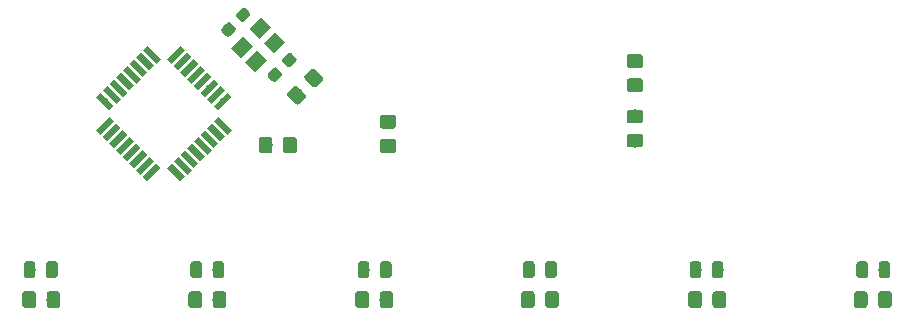
<source format=gbr>
G04 #@! TF.GenerationSoftware,KiCad,Pcbnew,(5.0.2)-1*
G04 #@! TF.CreationDate,2021-01-29T22:41:03+01:00*
G04 #@! TF.ProjectId,CardSizeMidiController,43617264-5369-47a6-954d-696469436f6e,rev?*
G04 #@! TF.SameCoordinates,Original*
G04 #@! TF.FileFunction,Paste,Top*
G04 #@! TF.FilePolarity,Positive*
%FSLAX46Y46*%
G04 Gerber Fmt 4.6, Leading zero omitted, Abs format (unit mm)*
G04 Created by KiCad (PCBNEW (5.0.2)-1) date 29/01/2021 22:41:03*
%MOMM*%
%LPD*%
G01*
G04 APERTURE LIST*
%ADD10C,0.100000*%
%ADD11C,1.150000*%
%ADD12C,0.975000*%
%ADD13C,0.950000*%
%ADD14C,1.200000*%
%ADD15C,0.550000*%
G04 APERTURE END LIST*
D10*
G04 #@! TO.C,C2*
G36*
X30660900Y-6478412D02*
X30685168Y-6482012D01*
X30708967Y-6487973D01*
X30732066Y-6496238D01*
X30754245Y-6506728D01*
X30775288Y-6519340D01*
X30794994Y-6533955D01*
X30813172Y-6550431D01*
X31449569Y-7186828D01*
X31466045Y-7205006D01*
X31480660Y-7224712D01*
X31493272Y-7245755D01*
X31503762Y-7267934D01*
X31512027Y-7291033D01*
X31517988Y-7314832D01*
X31521588Y-7339100D01*
X31522792Y-7363604D01*
X31521588Y-7388108D01*
X31517988Y-7412376D01*
X31512027Y-7436175D01*
X31503762Y-7459274D01*
X31493272Y-7481453D01*
X31480660Y-7502496D01*
X31466045Y-7522202D01*
X31449569Y-7540380D01*
X30989948Y-8000001D01*
X30971770Y-8016477D01*
X30952064Y-8031092D01*
X30931021Y-8043704D01*
X30908842Y-8054194D01*
X30885743Y-8062459D01*
X30861944Y-8068420D01*
X30837676Y-8072020D01*
X30813172Y-8073224D01*
X30788668Y-8072020D01*
X30764400Y-8068420D01*
X30740601Y-8062459D01*
X30717502Y-8054194D01*
X30695323Y-8043704D01*
X30674280Y-8031092D01*
X30654574Y-8016477D01*
X30636396Y-8000001D01*
X29999999Y-7363604D01*
X29983523Y-7345426D01*
X29968908Y-7325720D01*
X29956296Y-7304677D01*
X29945806Y-7282498D01*
X29937541Y-7259399D01*
X29931580Y-7235600D01*
X29927980Y-7211332D01*
X29926776Y-7186828D01*
X29927980Y-7162324D01*
X29931580Y-7138056D01*
X29937541Y-7114257D01*
X29945806Y-7091158D01*
X29956296Y-7068979D01*
X29968908Y-7047936D01*
X29983523Y-7028230D01*
X29999999Y-7010052D01*
X30459620Y-6550431D01*
X30477798Y-6533955D01*
X30497504Y-6519340D01*
X30518547Y-6506728D01*
X30540726Y-6496238D01*
X30563825Y-6487973D01*
X30587624Y-6482012D01*
X30611892Y-6478412D01*
X30636396Y-6477208D01*
X30660900Y-6478412D01*
X30660900Y-6478412D01*
G37*
D11*
X30724784Y-7275216D03*
D10*
G36*
X29211332Y-7927980D02*
X29235600Y-7931580D01*
X29259399Y-7937541D01*
X29282498Y-7945806D01*
X29304677Y-7956296D01*
X29325720Y-7968908D01*
X29345426Y-7983523D01*
X29363604Y-7999999D01*
X30000001Y-8636396D01*
X30016477Y-8654574D01*
X30031092Y-8674280D01*
X30043704Y-8695323D01*
X30054194Y-8717502D01*
X30062459Y-8740601D01*
X30068420Y-8764400D01*
X30072020Y-8788668D01*
X30073224Y-8813172D01*
X30072020Y-8837676D01*
X30068420Y-8861944D01*
X30062459Y-8885743D01*
X30054194Y-8908842D01*
X30043704Y-8931021D01*
X30031092Y-8952064D01*
X30016477Y-8971770D01*
X30000001Y-8989948D01*
X29540380Y-9449569D01*
X29522202Y-9466045D01*
X29502496Y-9480660D01*
X29481453Y-9493272D01*
X29459274Y-9503762D01*
X29436175Y-9512027D01*
X29412376Y-9517988D01*
X29388108Y-9521588D01*
X29363604Y-9522792D01*
X29339100Y-9521588D01*
X29314832Y-9517988D01*
X29291033Y-9512027D01*
X29267934Y-9503762D01*
X29245755Y-9493272D01*
X29224712Y-9480660D01*
X29205006Y-9466045D01*
X29186828Y-9449569D01*
X28550431Y-8813172D01*
X28533955Y-8794994D01*
X28519340Y-8775288D01*
X28506728Y-8754245D01*
X28496238Y-8732066D01*
X28487973Y-8708967D01*
X28482012Y-8685168D01*
X28478412Y-8660900D01*
X28477208Y-8636396D01*
X28478412Y-8611892D01*
X28482012Y-8587624D01*
X28487973Y-8563825D01*
X28496238Y-8540726D01*
X28506728Y-8518547D01*
X28519340Y-8497504D01*
X28533955Y-8477798D01*
X28550431Y-8459620D01*
X29010052Y-7999999D01*
X29028230Y-7983523D01*
X29047936Y-7968908D01*
X29068979Y-7956296D01*
X29091158Y-7945806D01*
X29114257Y-7937541D01*
X29138056Y-7931580D01*
X29162324Y-7927980D01*
X29186828Y-7926776D01*
X29211332Y-7927980D01*
X29211332Y-7927980D01*
G37*
D11*
X29275216Y-8724784D03*
G04 #@! TD*
D10*
G04 #@! TO.C,C1*
G36*
X37474505Y-12451204D02*
X37498773Y-12454804D01*
X37522572Y-12460765D01*
X37545671Y-12469030D01*
X37567850Y-12479520D01*
X37588893Y-12492132D01*
X37608599Y-12506747D01*
X37626777Y-12523223D01*
X37643253Y-12541401D01*
X37657868Y-12561107D01*
X37670480Y-12582150D01*
X37680970Y-12604329D01*
X37689235Y-12627428D01*
X37695196Y-12651227D01*
X37698796Y-12675495D01*
X37700000Y-12699999D01*
X37700000Y-13350001D01*
X37698796Y-13374505D01*
X37695196Y-13398773D01*
X37689235Y-13422572D01*
X37680970Y-13445671D01*
X37670480Y-13467850D01*
X37657868Y-13488893D01*
X37643253Y-13508599D01*
X37626777Y-13526777D01*
X37608599Y-13543253D01*
X37588893Y-13557868D01*
X37567850Y-13570480D01*
X37545671Y-13580970D01*
X37522572Y-13589235D01*
X37498773Y-13595196D01*
X37474505Y-13598796D01*
X37450001Y-13600000D01*
X36549999Y-13600000D01*
X36525495Y-13598796D01*
X36501227Y-13595196D01*
X36477428Y-13589235D01*
X36454329Y-13580970D01*
X36432150Y-13570480D01*
X36411107Y-13557868D01*
X36391401Y-13543253D01*
X36373223Y-13526777D01*
X36356747Y-13508599D01*
X36342132Y-13488893D01*
X36329520Y-13467850D01*
X36319030Y-13445671D01*
X36310765Y-13422572D01*
X36304804Y-13398773D01*
X36301204Y-13374505D01*
X36300000Y-13350001D01*
X36300000Y-12699999D01*
X36301204Y-12675495D01*
X36304804Y-12651227D01*
X36310765Y-12627428D01*
X36319030Y-12604329D01*
X36329520Y-12582150D01*
X36342132Y-12561107D01*
X36356747Y-12541401D01*
X36373223Y-12523223D01*
X36391401Y-12506747D01*
X36411107Y-12492132D01*
X36432150Y-12479520D01*
X36454329Y-12469030D01*
X36477428Y-12460765D01*
X36501227Y-12454804D01*
X36525495Y-12451204D01*
X36549999Y-12450000D01*
X37450001Y-12450000D01*
X37474505Y-12451204D01*
X37474505Y-12451204D01*
G37*
D11*
X37000000Y-13025000D03*
D10*
G36*
X37474505Y-10401204D02*
X37498773Y-10404804D01*
X37522572Y-10410765D01*
X37545671Y-10419030D01*
X37567850Y-10429520D01*
X37588893Y-10442132D01*
X37608599Y-10456747D01*
X37626777Y-10473223D01*
X37643253Y-10491401D01*
X37657868Y-10511107D01*
X37670480Y-10532150D01*
X37680970Y-10554329D01*
X37689235Y-10577428D01*
X37695196Y-10601227D01*
X37698796Y-10625495D01*
X37700000Y-10649999D01*
X37700000Y-11300001D01*
X37698796Y-11324505D01*
X37695196Y-11348773D01*
X37689235Y-11372572D01*
X37680970Y-11395671D01*
X37670480Y-11417850D01*
X37657868Y-11438893D01*
X37643253Y-11458599D01*
X37626777Y-11476777D01*
X37608599Y-11493253D01*
X37588893Y-11507868D01*
X37567850Y-11520480D01*
X37545671Y-11530970D01*
X37522572Y-11539235D01*
X37498773Y-11545196D01*
X37474505Y-11548796D01*
X37450001Y-11550000D01*
X36549999Y-11550000D01*
X36525495Y-11548796D01*
X36501227Y-11545196D01*
X36477428Y-11539235D01*
X36454329Y-11530970D01*
X36432150Y-11520480D01*
X36411107Y-11507868D01*
X36391401Y-11493253D01*
X36373223Y-11476777D01*
X36356747Y-11458599D01*
X36342132Y-11438893D01*
X36329520Y-11417850D01*
X36319030Y-11395671D01*
X36310765Y-11372572D01*
X36304804Y-11348773D01*
X36301204Y-11324505D01*
X36300000Y-11300001D01*
X36300000Y-10649999D01*
X36301204Y-10625495D01*
X36304804Y-10601227D01*
X36310765Y-10577428D01*
X36319030Y-10554329D01*
X36329520Y-10532150D01*
X36342132Y-10511107D01*
X36356747Y-10491401D01*
X36373223Y-10473223D01*
X36391401Y-10456747D01*
X36411107Y-10442132D01*
X36432150Y-10429520D01*
X36454329Y-10419030D01*
X36477428Y-10410765D01*
X36501227Y-10404804D01*
X36525495Y-10401204D01*
X36549999Y-10400000D01*
X37450001Y-10400000D01*
X37474505Y-10401204D01*
X37474505Y-10401204D01*
G37*
D11*
X37000000Y-10975000D03*
G04 #@! TD*
D10*
G04 #@! TO.C,D0*
G36*
X6950142Y-22796174D02*
X6973803Y-22799684D01*
X6997007Y-22805496D01*
X7019529Y-22813554D01*
X7041153Y-22823782D01*
X7061670Y-22836079D01*
X7080883Y-22850329D01*
X7098607Y-22866393D01*
X7114671Y-22884117D01*
X7128921Y-22903330D01*
X7141218Y-22923847D01*
X7151446Y-22945471D01*
X7159504Y-22967993D01*
X7165316Y-22991197D01*
X7168826Y-23014858D01*
X7170000Y-23038750D01*
X7170000Y-23951250D01*
X7168826Y-23975142D01*
X7165316Y-23998803D01*
X7159504Y-24022007D01*
X7151446Y-24044529D01*
X7141218Y-24066153D01*
X7128921Y-24086670D01*
X7114671Y-24105883D01*
X7098607Y-24123607D01*
X7080883Y-24139671D01*
X7061670Y-24153921D01*
X7041153Y-24166218D01*
X7019529Y-24176446D01*
X6997007Y-24184504D01*
X6973803Y-24190316D01*
X6950142Y-24193826D01*
X6926250Y-24195000D01*
X6438750Y-24195000D01*
X6414858Y-24193826D01*
X6391197Y-24190316D01*
X6367993Y-24184504D01*
X6345471Y-24176446D01*
X6323847Y-24166218D01*
X6303330Y-24153921D01*
X6284117Y-24139671D01*
X6266393Y-24123607D01*
X6250329Y-24105883D01*
X6236079Y-24086670D01*
X6223782Y-24066153D01*
X6213554Y-24044529D01*
X6205496Y-24022007D01*
X6199684Y-23998803D01*
X6196174Y-23975142D01*
X6195000Y-23951250D01*
X6195000Y-23038750D01*
X6196174Y-23014858D01*
X6199684Y-22991197D01*
X6205496Y-22967993D01*
X6213554Y-22945471D01*
X6223782Y-22923847D01*
X6236079Y-22903330D01*
X6250329Y-22884117D01*
X6266393Y-22866393D01*
X6284117Y-22850329D01*
X6303330Y-22836079D01*
X6323847Y-22823782D01*
X6345471Y-22813554D01*
X6367993Y-22805496D01*
X6391197Y-22799684D01*
X6414858Y-22796174D01*
X6438750Y-22795000D01*
X6926250Y-22795000D01*
X6950142Y-22796174D01*
X6950142Y-22796174D01*
G37*
D12*
X6682500Y-23495000D03*
D10*
G36*
X8825142Y-22796174D02*
X8848803Y-22799684D01*
X8872007Y-22805496D01*
X8894529Y-22813554D01*
X8916153Y-22823782D01*
X8936670Y-22836079D01*
X8955883Y-22850329D01*
X8973607Y-22866393D01*
X8989671Y-22884117D01*
X9003921Y-22903330D01*
X9016218Y-22923847D01*
X9026446Y-22945471D01*
X9034504Y-22967993D01*
X9040316Y-22991197D01*
X9043826Y-23014858D01*
X9045000Y-23038750D01*
X9045000Y-23951250D01*
X9043826Y-23975142D01*
X9040316Y-23998803D01*
X9034504Y-24022007D01*
X9026446Y-24044529D01*
X9016218Y-24066153D01*
X9003921Y-24086670D01*
X8989671Y-24105883D01*
X8973607Y-24123607D01*
X8955883Y-24139671D01*
X8936670Y-24153921D01*
X8916153Y-24166218D01*
X8894529Y-24176446D01*
X8872007Y-24184504D01*
X8848803Y-24190316D01*
X8825142Y-24193826D01*
X8801250Y-24195000D01*
X8313750Y-24195000D01*
X8289858Y-24193826D01*
X8266197Y-24190316D01*
X8242993Y-24184504D01*
X8220471Y-24176446D01*
X8198847Y-24166218D01*
X8178330Y-24153921D01*
X8159117Y-24139671D01*
X8141393Y-24123607D01*
X8125329Y-24105883D01*
X8111079Y-24086670D01*
X8098782Y-24066153D01*
X8088554Y-24044529D01*
X8080496Y-24022007D01*
X8074684Y-23998803D01*
X8071174Y-23975142D01*
X8070000Y-23951250D01*
X8070000Y-23038750D01*
X8071174Y-23014858D01*
X8074684Y-22991197D01*
X8080496Y-22967993D01*
X8088554Y-22945471D01*
X8098782Y-22923847D01*
X8111079Y-22903330D01*
X8125329Y-22884117D01*
X8141393Y-22866393D01*
X8159117Y-22850329D01*
X8178330Y-22836079D01*
X8198847Y-22823782D01*
X8220471Y-22813554D01*
X8242993Y-22805496D01*
X8266197Y-22799684D01*
X8289858Y-22796174D01*
X8313750Y-22795000D01*
X8801250Y-22795000D01*
X8825142Y-22796174D01*
X8825142Y-22796174D01*
G37*
D12*
X8557500Y-23495000D03*
G04 #@! TD*
D10*
G04 #@! TO.C,R0*
G36*
X6983205Y-25336204D02*
X7007473Y-25339804D01*
X7031272Y-25345765D01*
X7054371Y-25354030D01*
X7076550Y-25364520D01*
X7097593Y-25377132D01*
X7117299Y-25391747D01*
X7135477Y-25408223D01*
X7151953Y-25426401D01*
X7166568Y-25446107D01*
X7179180Y-25467150D01*
X7189670Y-25489329D01*
X7197935Y-25512428D01*
X7203896Y-25536227D01*
X7207496Y-25560495D01*
X7208700Y-25584999D01*
X7208700Y-26485001D01*
X7207496Y-26509505D01*
X7203896Y-26533773D01*
X7197935Y-26557572D01*
X7189670Y-26580671D01*
X7179180Y-26602850D01*
X7166568Y-26623893D01*
X7151953Y-26643599D01*
X7135477Y-26661777D01*
X7117299Y-26678253D01*
X7097593Y-26692868D01*
X7076550Y-26705480D01*
X7054371Y-26715970D01*
X7031272Y-26724235D01*
X7007473Y-26730196D01*
X6983205Y-26733796D01*
X6958701Y-26735000D01*
X6308699Y-26735000D01*
X6284195Y-26733796D01*
X6259927Y-26730196D01*
X6236128Y-26724235D01*
X6213029Y-26715970D01*
X6190850Y-26705480D01*
X6169807Y-26692868D01*
X6150101Y-26678253D01*
X6131923Y-26661777D01*
X6115447Y-26643599D01*
X6100832Y-26623893D01*
X6088220Y-26602850D01*
X6077730Y-26580671D01*
X6069465Y-26557572D01*
X6063504Y-26533773D01*
X6059904Y-26509505D01*
X6058700Y-26485001D01*
X6058700Y-25584999D01*
X6059904Y-25560495D01*
X6063504Y-25536227D01*
X6069465Y-25512428D01*
X6077730Y-25489329D01*
X6088220Y-25467150D01*
X6100832Y-25446107D01*
X6115447Y-25426401D01*
X6131923Y-25408223D01*
X6150101Y-25391747D01*
X6169807Y-25377132D01*
X6190850Y-25364520D01*
X6213029Y-25354030D01*
X6236128Y-25345765D01*
X6259927Y-25339804D01*
X6284195Y-25336204D01*
X6308699Y-25335000D01*
X6958701Y-25335000D01*
X6983205Y-25336204D01*
X6983205Y-25336204D01*
G37*
D11*
X6633700Y-26035000D03*
D10*
G36*
X9033205Y-25336204D02*
X9057473Y-25339804D01*
X9081272Y-25345765D01*
X9104371Y-25354030D01*
X9126550Y-25364520D01*
X9147593Y-25377132D01*
X9167299Y-25391747D01*
X9185477Y-25408223D01*
X9201953Y-25426401D01*
X9216568Y-25446107D01*
X9229180Y-25467150D01*
X9239670Y-25489329D01*
X9247935Y-25512428D01*
X9253896Y-25536227D01*
X9257496Y-25560495D01*
X9258700Y-25584999D01*
X9258700Y-26485001D01*
X9257496Y-26509505D01*
X9253896Y-26533773D01*
X9247935Y-26557572D01*
X9239670Y-26580671D01*
X9229180Y-26602850D01*
X9216568Y-26623893D01*
X9201953Y-26643599D01*
X9185477Y-26661777D01*
X9167299Y-26678253D01*
X9147593Y-26692868D01*
X9126550Y-26705480D01*
X9104371Y-26715970D01*
X9081272Y-26724235D01*
X9057473Y-26730196D01*
X9033205Y-26733796D01*
X9008701Y-26735000D01*
X8358699Y-26735000D01*
X8334195Y-26733796D01*
X8309927Y-26730196D01*
X8286128Y-26724235D01*
X8263029Y-26715970D01*
X8240850Y-26705480D01*
X8219807Y-26692868D01*
X8200101Y-26678253D01*
X8181923Y-26661777D01*
X8165447Y-26643599D01*
X8150832Y-26623893D01*
X8138220Y-26602850D01*
X8127730Y-26580671D01*
X8119465Y-26557572D01*
X8113504Y-26533773D01*
X8109904Y-26509505D01*
X8108700Y-26485001D01*
X8108700Y-25584999D01*
X8109904Y-25560495D01*
X8113504Y-25536227D01*
X8119465Y-25512428D01*
X8127730Y-25489329D01*
X8138220Y-25467150D01*
X8150832Y-25446107D01*
X8165447Y-25426401D01*
X8181923Y-25408223D01*
X8200101Y-25391747D01*
X8219807Y-25377132D01*
X8240850Y-25364520D01*
X8263029Y-25354030D01*
X8286128Y-25345765D01*
X8309927Y-25339804D01*
X8334195Y-25336204D01*
X8358699Y-25335000D01*
X9008701Y-25335000D01*
X9033205Y-25336204D01*
X9033205Y-25336204D01*
G37*
D11*
X8683700Y-26035000D03*
G04 #@! TD*
D10*
G04 #@! TO.C,C3*
G36*
X28728052Y-5139995D02*
X28751107Y-5143414D01*
X28773716Y-5149078D01*
X28795660Y-5156930D01*
X28816730Y-5166895D01*
X28836721Y-5178877D01*
X28855441Y-5192761D01*
X28872711Y-5208413D01*
X29208587Y-5544289D01*
X29224239Y-5561559D01*
X29238123Y-5580279D01*
X29250105Y-5600270D01*
X29260070Y-5621340D01*
X29267922Y-5643284D01*
X29273586Y-5665893D01*
X29277005Y-5688948D01*
X29278149Y-5712227D01*
X29277005Y-5735506D01*
X29273586Y-5758561D01*
X29267922Y-5781170D01*
X29260070Y-5803114D01*
X29250105Y-5824184D01*
X29238123Y-5844175D01*
X29224239Y-5862895D01*
X29208587Y-5880165D01*
X28802001Y-6286751D01*
X28784731Y-6302403D01*
X28766011Y-6316287D01*
X28746020Y-6328269D01*
X28724950Y-6338234D01*
X28703006Y-6346086D01*
X28680397Y-6351750D01*
X28657342Y-6355169D01*
X28634063Y-6356313D01*
X28610784Y-6355169D01*
X28587729Y-6351750D01*
X28565120Y-6346086D01*
X28543176Y-6338234D01*
X28522106Y-6328269D01*
X28502115Y-6316287D01*
X28483395Y-6302403D01*
X28466125Y-6286751D01*
X28130249Y-5950875D01*
X28114597Y-5933605D01*
X28100713Y-5914885D01*
X28088731Y-5894894D01*
X28078766Y-5873824D01*
X28070914Y-5851880D01*
X28065250Y-5829271D01*
X28061831Y-5806216D01*
X28060687Y-5782937D01*
X28061831Y-5759658D01*
X28065250Y-5736603D01*
X28070914Y-5713994D01*
X28078766Y-5692050D01*
X28088731Y-5670980D01*
X28100713Y-5650989D01*
X28114597Y-5632269D01*
X28130249Y-5614999D01*
X28536835Y-5208413D01*
X28554105Y-5192761D01*
X28572825Y-5178877D01*
X28592816Y-5166895D01*
X28613886Y-5156930D01*
X28635830Y-5149078D01*
X28658439Y-5143414D01*
X28681494Y-5139995D01*
X28704773Y-5138851D01*
X28728052Y-5139995D01*
X28728052Y-5139995D01*
G37*
D13*
X28669418Y-5747582D03*
D10*
G36*
X27490616Y-6377431D02*
X27513671Y-6380850D01*
X27536280Y-6386514D01*
X27558224Y-6394366D01*
X27579294Y-6404331D01*
X27599285Y-6416313D01*
X27618005Y-6430197D01*
X27635275Y-6445849D01*
X27971151Y-6781725D01*
X27986803Y-6798995D01*
X28000687Y-6817715D01*
X28012669Y-6837706D01*
X28022634Y-6858776D01*
X28030486Y-6880720D01*
X28036150Y-6903329D01*
X28039569Y-6926384D01*
X28040713Y-6949663D01*
X28039569Y-6972942D01*
X28036150Y-6995997D01*
X28030486Y-7018606D01*
X28022634Y-7040550D01*
X28012669Y-7061620D01*
X28000687Y-7081611D01*
X27986803Y-7100331D01*
X27971151Y-7117601D01*
X27564565Y-7524187D01*
X27547295Y-7539839D01*
X27528575Y-7553723D01*
X27508584Y-7565705D01*
X27487514Y-7575670D01*
X27465570Y-7583522D01*
X27442961Y-7589186D01*
X27419906Y-7592605D01*
X27396627Y-7593749D01*
X27373348Y-7592605D01*
X27350293Y-7589186D01*
X27327684Y-7583522D01*
X27305740Y-7575670D01*
X27284670Y-7565705D01*
X27264679Y-7553723D01*
X27245959Y-7539839D01*
X27228689Y-7524187D01*
X26892813Y-7188311D01*
X26877161Y-7171041D01*
X26863277Y-7152321D01*
X26851295Y-7132330D01*
X26841330Y-7111260D01*
X26833478Y-7089316D01*
X26827814Y-7066707D01*
X26824395Y-7043652D01*
X26823251Y-7020373D01*
X26824395Y-6997094D01*
X26827814Y-6974039D01*
X26833478Y-6951430D01*
X26841330Y-6929486D01*
X26851295Y-6908416D01*
X26863277Y-6888425D01*
X26877161Y-6869705D01*
X26892813Y-6852435D01*
X27299399Y-6445849D01*
X27316669Y-6430197D01*
X27335389Y-6416313D01*
X27355380Y-6404331D01*
X27376450Y-6394366D01*
X27398394Y-6386514D01*
X27421003Y-6380850D01*
X27444058Y-6377431D01*
X27467337Y-6376287D01*
X27490616Y-6377431D01*
X27490616Y-6377431D01*
G37*
D13*
X27431982Y-6985018D03*
G04 #@! TD*
D10*
G04 #@! TO.C,C4*
G36*
X24807352Y-1313695D02*
X24830407Y-1317114D01*
X24853016Y-1322778D01*
X24874960Y-1330630D01*
X24896030Y-1340595D01*
X24916021Y-1352577D01*
X24934741Y-1366461D01*
X24952011Y-1382113D01*
X25287887Y-1717989D01*
X25303539Y-1735259D01*
X25317423Y-1753979D01*
X25329405Y-1773970D01*
X25339370Y-1795040D01*
X25347222Y-1816984D01*
X25352886Y-1839593D01*
X25356305Y-1862648D01*
X25357449Y-1885927D01*
X25356305Y-1909206D01*
X25352886Y-1932261D01*
X25347222Y-1954870D01*
X25339370Y-1976814D01*
X25329405Y-1997884D01*
X25317423Y-2017875D01*
X25303539Y-2036595D01*
X25287887Y-2053865D01*
X24881301Y-2460451D01*
X24864031Y-2476103D01*
X24845311Y-2489987D01*
X24825320Y-2501969D01*
X24804250Y-2511934D01*
X24782306Y-2519786D01*
X24759697Y-2525450D01*
X24736642Y-2528869D01*
X24713363Y-2530013D01*
X24690084Y-2528869D01*
X24667029Y-2525450D01*
X24644420Y-2519786D01*
X24622476Y-2511934D01*
X24601406Y-2501969D01*
X24581415Y-2489987D01*
X24562695Y-2476103D01*
X24545425Y-2460451D01*
X24209549Y-2124575D01*
X24193897Y-2107305D01*
X24180013Y-2088585D01*
X24168031Y-2068594D01*
X24158066Y-2047524D01*
X24150214Y-2025580D01*
X24144550Y-2002971D01*
X24141131Y-1979916D01*
X24139987Y-1956637D01*
X24141131Y-1933358D01*
X24144550Y-1910303D01*
X24150214Y-1887694D01*
X24158066Y-1865750D01*
X24168031Y-1844680D01*
X24180013Y-1824689D01*
X24193897Y-1805969D01*
X24209549Y-1788699D01*
X24616135Y-1382113D01*
X24633405Y-1366461D01*
X24652125Y-1352577D01*
X24672116Y-1340595D01*
X24693186Y-1330630D01*
X24715130Y-1322778D01*
X24737739Y-1317114D01*
X24760794Y-1313695D01*
X24784073Y-1312551D01*
X24807352Y-1313695D01*
X24807352Y-1313695D01*
G37*
D13*
X24748718Y-1921282D03*
D10*
G36*
X23569916Y-2551131D02*
X23592971Y-2554550D01*
X23615580Y-2560214D01*
X23637524Y-2568066D01*
X23658594Y-2578031D01*
X23678585Y-2590013D01*
X23697305Y-2603897D01*
X23714575Y-2619549D01*
X24050451Y-2955425D01*
X24066103Y-2972695D01*
X24079987Y-2991415D01*
X24091969Y-3011406D01*
X24101934Y-3032476D01*
X24109786Y-3054420D01*
X24115450Y-3077029D01*
X24118869Y-3100084D01*
X24120013Y-3123363D01*
X24118869Y-3146642D01*
X24115450Y-3169697D01*
X24109786Y-3192306D01*
X24101934Y-3214250D01*
X24091969Y-3235320D01*
X24079987Y-3255311D01*
X24066103Y-3274031D01*
X24050451Y-3291301D01*
X23643865Y-3697887D01*
X23626595Y-3713539D01*
X23607875Y-3727423D01*
X23587884Y-3739405D01*
X23566814Y-3749370D01*
X23544870Y-3757222D01*
X23522261Y-3762886D01*
X23499206Y-3766305D01*
X23475927Y-3767449D01*
X23452648Y-3766305D01*
X23429593Y-3762886D01*
X23406984Y-3757222D01*
X23385040Y-3749370D01*
X23363970Y-3739405D01*
X23343979Y-3727423D01*
X23325259Y-3713539D01*
X23307989Y-3697887D01*
X22972113Y-3362011D01*
X22956461Y-3344741D01*
X22942577Y-3326021D01*
X22930595Y-3306030D01*
X22920630Y-3284960D01*
X22912778Y-3263016D01*
X22907114Y-3240407D01*
X22903695Y-3217352D01*
X22902551Y-3194073D01*
X22903695Y-3170794D01*
X22907114Y-3147739D01*
X22912778Y-3125130D01*
X22920630Y-3103186D01*
X22930595Y-3082116D01*
X22942577Y-3062125D01*
X22956461Y-3043405D01*
X22972113Y-3026135D01*
X23378699Y-2619549D01*
X23395969Y-2603897D01*
X23414689Y-2590013D01*
X23434680Y-2578031D01*
X23455750Y-2568066D01*
X23477694Y-2560214D01*
X23500303Y-2554550D01*
X23523358Y-2551131D01*
X23546637Y-2549987D01*
X23569916Y-2551131D01*
X23569916Y-2551131D01*
G37*
D13*
X23511282Y-3158718D03*
G04 #@! TD*
D14*
G04 #@! TO.C,Y1*
X25858223Y-5823858D03*
D10*
G36*
X25787512Y-6743097D02*
X24938984Y-5894569D01*
X25928934Y-4904619D01*
X26777462Y-5753147D01*
X25787512Y-6743097D01*
X25787512Y-6743097D01*
G37*
D14*
X27413858Y-4268223D03*
D10*
G36*
X27343147Y-5187462D02*
X26494619Y-4338934D01*
X27484569Y-3348984D01*
X28333097Y-4197512D01*
X27343147Y-5187462D01*
X27343147Y-5187462D01*
G37*
D14*
X26211777Y-3066142D03*
D10*
G36*
X26141066Y-3985381D02*
X25292538Y-3136853D01*
X26282488Y-2146903D01*
X27131016Y-2995431D01*
X26141066Y-3985381D01*
X26141066Y-3985381D01*
G37*
D14*
X24656142Y-4621777D03*
D10*
G36*
X24585431Y-5541016D02*
X23736903Y-4692488D01*
X24726853Y-3702538D01*
X25575381Y-4551066D01*
X24585431Y-5541016D01*
X24585431Y-5541016D01*
G37*
G04 #@! TD*
G04 #@! TO.C,D1*
G36*
X22922142Y-22796174D02*
X22945803Y-22799684D01*
X22969007Y-22805496D01*
X22991529Y-22813554D01*
X23013153Y-22823782D01*
X23033670Y-22836079D01*
X23052883Y-22850329D01*
X23070607Y-22866393D01*
X23086671Y-22884117D01*
X23100921Y-22903330D01*
X23113218Y-22923847D01*
X23123446Y-22945471D01*
X23131504Y-22967993D01*
X23137316Y-22991197D01*
X23140826Y-23014858D01*
X23142000Y-23038750D01*
X23142000Y-23951250D01*
X23140826Y-23975142D01*
X23137316Y-23998803D01*
X23131504Y-24022007D01*
X23123446Y-24044529D01*
X23113218Y-24066153D01*
X23100921Y-24086670D01*
X23086671Y-24105883D01*
X23070607Y-24123607D01*
X23052883Y-24139671D01*
X23033670Y-24153921D01*
X23013153Y-24166218D01*
X22991529Y-24176446D01*
X22969007Y-24184504D01*
X22945803Y-24190316D01*
X22922142Y-24193826D01*
X22898250Y-24195000D01*
X22410750Y-24195000D01*
X22386858Y-24193826D01*
X22363197Y-24190316D01*
X22339993Y-24184504D01*
X22317471Y-24176446D01*
X22295847Y-24166218D01*
X22275330Y-24153921D01*
X22256117Y-24139671D01*
X22238393Y-24123607D01*
X22222329Y-24105883D01*
X22208079Y-24086670D01*
X22195782Y-24066153D01*
X22185554Y-24044529D01*
X22177496Y-24022007D01*
X22171684Y-23998803D01*
X22168174Y-23975142D01*
X22167000Y-23951250D01*
X22167000Y-23038750D01*
X22168174Y-23014858D01*
X22171684Y-22991197D01*
X22177496Y-22967993D01*
X22185554Y-22945471D01*
X22195782Y-22923847D01*
X22208079Y-22903330D01*
X22222329Y-22884117D01*
X22238393Y-22866393D01*
X22256117Y-22850329D01*
X22275330Y-22836079D01*
X22295847Y-22823782D01*
X22317471Y-22813554D01*
X22339993Y-22805496D01*
X22363197Y-22799684D01*
X22386858Y-22796174D01*
X22410750Y-22795000D01*
X22898250Y-22795000D01*
X22922142Y-22796174D01*
X22922142Y-22796174D01*
G37*
D12*
X22654500Y-23495000D03*
D10*
G36*
X21047142Y-22796174D02*
X21070803Y-22799684D01*
X21094007Y-22805496D01*
X21116529Y-22813554D01*
X21138153Y-22823782D01*
X21158670Y-22836079D01*
X21177883Y-22850329D01*
X21195607Y-22866393D01*
X21211671Y-22884117D01*
X21225921Y-22903330D01*
X21238218Y-22923847D01*
X21248446Y-22945471D01*
X21256504Y-22967993D01*
X21262316Y-22991197D01*
X21265826Y-23014858D01*
X21267000Y-23038750D01*
X21267000Y-23951250D01*
X21265826Y-23975142D01*
X21262316Y-23998803D01*
X21256504Y-24022007D01*
X21248446Y-24044529D01*
X21238218Y-24066153D01*
X21225921Y-24086670D01*
X21211671Y-24105883D01*
X21195607Y-24123607D01*
X21177883Y-24139671D01*
X21158670Y-24153921D01*
X21138153Y-24166218D01*
X21116529Y-24176446D01*
X21094007Y-24184504D01*
X21070803Y-24190316D01*
X21047142Y-24193826D01*
X21023250Y-24195000D01*
X20535750Y-24195000D01*
X20511858Y-24193826D01*
X20488197Y-24190316D01*
X20464993Y-24184504D01*
X20442471Y-24176446D01*
X20420847Y-24166218D01*
X20400330Y-24153921D01*
X20381117Y-24139671D01*
X20363393Y-24123607D01*
X20347329Y-24105883D01*
X20333079Y-24086670D01*
X20320782Y-24066153D01*
X20310554Y-24044529D01*
X20302496Y-24022007D01*
X20296684Y-23998803D01*
X20293174Y-23975142D01*
X20292000Y-23951250D01*
X20292000Y-23038750D01*
X20293174Y-23014858D01*
X20296684Y-22991197D01*
X20302496Y-22967993D01*
X20310554Y-22945471D01*
X20320782Y-22923847D01*
X20333079Y-22903330D01*
X20347329Y-22884117D01*
X20363393Y-22866393D01*
X20381117Y-22850329D01*
X20400330Y-22836079D01*
X20420847Y-22823782D01*
X20442471Y-22813554D01*
X20464993Y-22805496D01*
X20488197Y-22799684D01*
X20511858Y-22796174D01*
X20535750Y-22795000D01*
X21023250Y-22795000D01*
X21047142Y-22796174D01*
X21047142Y-22796174D01*
G37*
D12*
X20779500Y-23495000D03*
G04 #@! TD*
D10*
G04 #@! TO.C,D2*
G36*
X35218742Y-22796174D02*
X35242403Y-22799684D01*
X35265607Y-22805496D01*
X35288129Y-22813554D01*
X35309753Y-22823782D01*
X35330270Y-22836079D01*
X35349483Y-22850329D01*
X35367207Y-22866393D01*
X35383271Y-22884117D01*
X35397521Y-22903330D01*
X35409818Y-22923847D01*
X35420046Y-22945471D01*
X35428104Y-22967993D01*
X35433916Y-22991197D01*
X35437426Y-23014858D01*
X35438600Y-23038750D01*
X35438600Y-23951250D01*
X35437426Y-23975142D01*
X35433916Y-23998803D01*
X35428104Y-24022007D01*
X35420046Y-24044529D01*
X35409818Y-24066153D01*
X35397521Y-24086670D01*
X35383271Y-24105883D01*
X35367207Y-24123607D01*
X35349483Y-24139671D01*
X35330270Y-24153921D01*
X35309753Y-24166218D01*
X35288129Y-24176446D01*
X35265607Y-24184504D01*
X35242403Y-24190316D01*
X35218742Y-24193826D01*
X35194850Y-24195000D01*
X34707350Y-24195000D01*
X34683458Y-24193826D01*
X34659797Y-24190316D01*
X34636593Y-24184504D01*
X34614071Y-24176446D01*
X34592447Y-24166218D01*
X34571930Y-24153921D01*
X34552717Y-24139671D01*
X34534993Y-24123607D01*
X34518929Y-24105883D01*
X34504679Y-24086670D01*
X34492382Y-24066153D01*
X34482154Y-24044529D01*
X34474096Y-24022007D01*
X34468284Y-23998803D01*
X34464774Y-23975142D01*
X34463600Y-23951250D01*
X34463600Y-23038750D01*
X34464774Y-23014858D01*
X34468284Y-22991197D01*
X34474096Y-22967993D01*
X34482154Y-22945471D01*
X34492382Y-22923847D01*
X34504679Y-22903330D01*
X34518929Y-22884117D01*
X34534993Y-22866393D01*
X34552717Y-22850329D01*
X34571930Y-22836079D01*
X34592447Y-22823782D01*
X34614071Y-22813554D01*
X34636593Y-22805496D01*
X34659797Y-22799684D01*
X34683458Y-22796174D01*
X34707350Y-22795000D01*
X35194850Y-22795000D01*
X35218742Y-22796174D01*
X35218742Y-22796174D01*
G37*
D12*
X34951100Y-23495000D03*
D10*
G36*
X37093742Y-22796174D02*
X37117403Y-22799684D01*
X37140607Y-22805496D01*
X37163129Y-22813554D01*
X37184753Y-22823782D01*
X37205270Y-22836079D01*
X37224483Y-22850329D01*
X37242207Y-22866393D01*
X37258271Y-22884117D01*
X37272521Y-22903330D01*
X37284818Y-22923847D01*
X37295046Y-22945471D01*
X37303104Y-22967993D01*
X37308916Y-22991197D01*
X37312426Y-23014858D01*
X37313600Y-23038750D01*
X37313600Y-23951250D01*
X37312426Y-23975142D01*
X37308916Y-23998803D01*
X37303104Y-24022007D01*
X37295046Y-24044529D01*
X37284818Y-24066153D01*
X37272521Y-24086670D01*
X37258271Y-24105883D01*
X37242207Y-24123607D01*
X37224483Y-24139671D01*
X37205270Y-24153921D01*
X37184753Y-24166218D01*
X37163129Y-24176446D01*
X37140607Y-24184504D01*
X37117403Y-24190316D01*
X37093742Y-24193826D01*
X37069850Y-24195000D01*
X36582350Y-24195000D01*
X36558458Y-24193826D01*
X36534797Y-24190316D01*
X36511593Y-24184504D01*
X36489071Y-24176446D01*
X36467447Y-24166218D01*
X36446930Y-24153921D01*
X36427717Y-24139671D01*
X36409993Y-24123607D01*
X36393929Y-24105883D01*
X36379679Y-24086670D01*
X36367382Y-24066153D01*
X36357154Y-24044529D01*
X36349096Y-24022007D01*
X36343284Y-23998803D01*
X36339774Y-23975142D01*
X36338600Y-23951250D01*
X36338600Y-23038750D01*
X36339774Y-23014858D01*
X36343284Y-22991197D01*
X36349096Y-22967993D01*
X36357154Y-22945471D01*
X36367382Y-22923847D01*
X36379679Y-22903330D01*
X36393929Y-22884117D01*
X36409993Y-22866393D01*
X36427717Y-22850329D01*
X36446930Y-22836079D01*
X36467447Y-22823782D01*
X36489071Y-22813554D01*
X36511593Y-22805496D01*
X36534797Y-22799684D01*
X36558458Y-22796174D01*
X36582350Y-22795000D01*
X37069850Y-22795000D01*
X37093742Y-22796174D01*
X37093742Y-22796174D01*
G37*
D12*
X36826100Y-23495000D03*
G04 #@! TD*
D10*
G04 #@! TO.C,D3*
G36*
X51081542Y-22796174D02*
X51105203Y-22799684D01*
X51128407Y-22805496D01*
X51150929Y-22813554D01*
X51172553Y-22823782D01*
X51193070Y-22836079D01*
X51212283Y-22850329D01*
X51230007Y-22866393D01*
X51246071Y-22884117D01*
X51260321Y-22903330D01*
X51272618Y-22923847D01*
X51282846Y-22945471D01*
X51290904Y-22967993D01*
X51296716Y-22991197D01*
X51300226Y-23014858D01*
X51301400Y-23038750D01*
X51301400Y-23951250D01*
X51300226Y-23975142D01*
X51296716Y-23998803D01*
X51290904Y-24022007D01*
X51282846Y-24044529D01*
X51272618Y-24066153D01*
X51260321Y-24086670D01*
X51246071Y-24105883D01*
X51230007Y-24123607D01*
X51212283Y-24139671D01*
X51193070Y-24153921D01*
X51172553Y-24166218D01*
X51150929Y-24176446D01*
X51128407Y-24184504D01*
X51105203Y-24190316D01*
X51081542Y-24193826D01*
X51057650Y-24195000D01*
X50570150Y-24195000D01*
X50546258Y-24193826D01*
X50522597Y-24190316D01*
X50499393Y-24184504D01*
X50476871Y-24176446D01*
X50455247Y-24166218D01*
X50434730Y-24153921D01*
X50415517Y-24139671D01*
X50397793Y-24123607D01*
X50381729Y-24105883D01*
X50367479Y-24086670D01*
X50355182Y-24066153D01*
X50344954Y-24044529D01*
X50336896Y-24022007D01*
X50331084Y-23998803D01*
X50327574Y-23975142D01*
X50326400Y-23951250D01*
X50326400Y-23038750D01*
X50327574Y-23014858D01*
X50331084Y-22991197D01*
X50336896Y-22967993D01*
X50344954Y-22945471D01*
X50355182Y-22923847D01*
X50367479Y-22903330D01*
X50381729Y-22884117D01*
X50397793Y-22866393D01*
X50415517Y-22850329D01*
X50434730Y-22836079D01*
X50455247Y-22823782D01*
X50476871Y-22813554D01*
X50499393Y-22805496D01*
X50522597Y-22799684D01*
X50546258Y-22796174D01*
X50570150Y-22795000D01*
X51057650Y-22795000D01*
X51081542Y-22796174D01*
X51081542Y-22796174D01*
G37*
D12*
X50813900Y-23495000D03*
D10*
G36*
X49206542Y-22796174D02*
X49230203Y-22799684D01*
X49253407Y-22805496D01*
X49275929Y-22813554D01*
X49297553Y-22823782D01*
X49318070Y-22836079D01*
X49337283Y-22850329D01*
X49355007Y-22866393D01*
X49371071Y-22884117D01*
X49385321Y-22903330D01*
X49397618Y-22923847D01*
X49407846Y-22945471D01*
X49415904Y-22967993D01*
X49421716Y-22991197D01*
X49425226Y-23014858D01*
X49426400Y-23038750D01*
X49426400Y-23951250D01*
X49425226Y-23975142D01*
X49421716Y-23998803D01*
X49415904Y-24022007D01*
X49407846Y-24044529D01*
X49397618Y-24066153D01*
X49385321Y-24086670D01*
X49371071Y-24105883D01*
X49355007Y-24123607D01*
X49337283Y-24139671D01*
X49318070Y-24153921D01*
X49297553Y-24166218D01*
X49275929Y-24176446D01*
X49253407Y-24184504D01*
X49230203Y-24190316D01*
X49206542Y-24193826D01*
X49182650Y-24195000D01*
X48695150Y-24195000D01*
X48671258Y-24193826D01*
X48647597Y-24190316D01*
X48624393Y-24184504D01*
X48601871Y-24176446D01*
X48580247Y-24166218D01*
X48559730Y-24153921D01*
X48540517Y-24139671D01*
X48522793Y-24123607D01*
X48506729Y-24105883D01*
X48492479Y-24086670D01*
X48480182Y-24066153D01*
X48469954Y-24044529D01*
X48461896Y-24022007D01*
X48456084Y-23998803D01*
X48452574Y-23975142D01*
X48451400Y-23951250D01*
X48451400Y-23038750D01*
X48452574Y-23014858D01*
X48456084Y-22991197D01*
X48461896Y-22967993D01*
X48469954Y-22945471D01*
X48480182Y-22923847D01*
X48492479Y-22903330D01*
X48506729Y-22884117D01*
X48522793Y-22866393D01*
X48540517Y-22850329D01*
X48559730Y-22836079D01*
X48580247Y-22823782D01*
X48601871Y-22813554D01*
X48624393Y-22805496D01*
X48647597Y-22799684D01*
X48671258Y-22796174D01*
X48695150Y-22795000D01*
X49182650Y-22795000D01*
X49206542Y-22796174D01*
X49206542Y-22796174D01*
G37*
D12*
X48938900Y-23495000D03*
G04 #@! TD*
D10*
G04 #@! TO.C,D4*
G36*
X63321442Y-22796174D02*
X63345103Y-22799684D01*
X63368307Y-22805496D01*
X63390829Y-22813554D01*
X63412453Y-22823782D01*
X63432970Y-22836079D01*
X63452183Y-22850329D01*
X63469907Y-22866393D01*
X63485971Y-22884117D01*
X63500221Y-22903330D01*
X63512518Y-22923847D01*
X63522746Y-22945471D01*
X63530804Y-22967993D01*
X63536616Y-22991197D01*
X63540126Y-23014858D01*
X63541300Y-23038750D01*
X63541300Y-23951250D01*
X63540126Y-23975142D01*
X63536616Y-23998803D01*
X63530804Y-24022007D01*
X63522746Y-24044529D01*
X63512518Y-24066153D01*
X63500221Y-24086670D01*
X63485971Y-24105883D01*
X63469907Y-24123607D01*
X63452183Y-24139671D01*
X63432970Y-24153921D01*
X63412453Y-24166218D01*
X63390829Y-24176446D01*
X63368307Y-24184504D01*
X63345103Y-24190316D01*
X63321442Y-24193826D01*
X63297550Y-24195000D01*
X62810050Y-24195000D01*
X62786158Y-24193826D01*
X62762497Y-24190316D01*
X62739293Y-24184504D01*
X62716771Y-24176446D01*
X62695147Y-24166218D01*
X62674630Y-24153921D01*
X62655417Y-24139671D01*
X62637693Y-24123607D01*
X62621629Y-24105883D01*
X62607379Y-24086670D01*
X62595082Y-24066153D01*
X62584854Y-24044529D01*
X62576796Y-24022007D01*
X62570984Y-23998803D01*
X62567474Y-23975142D01*
X62566300Y-23951250D01*
X62566300Y-23038750D01*
X62567474Y-23014858D01*
X62570984Y-22991197D01*
X62576796Y-22967993D01*
X62584854Y-22945471D01*
X62595082Y-22923847D01*
X62607379Y-22903330D01*
X62621629Y-22884117D01*
X62637693Y-22866393D01*
X62655417Y-22850329D01*
X62674630Y-22836079D01*
X62695147Y-22823782D01*
X62716771Y-22813554D01*
X62739293Y-22805496D01*
X62762497Y-22799684D01*
X62786158Y-22796174D01*
X62810050Y-22795000D01*
X63297550Y-22795000D01*
X63321442Y-22796174D01*
X63321442Y-22796174D01*
G37*
D12*
X63053800Y-23495000D03*
D10*
G36*
X65196442Y-22796174D02*
X65220103Y-22799684D01*
X65243307Y-22805496D01*
X65265829Y-22813554D01*
X65287453Y-22823782D01*
X65307970Y-22836079D01*
X65327183Y-22850329D01*
X65344907Y-22866393D01*
X65360971Y-22884117D01*
X65375221Y-22903330D01*
X65387518Y-22923847D01*
X65397746Y-22945471D01*
X65405804Y-22967993D01*
X65411616Y-22991197D01*
X65415126Y-23014858D01*
X65416300Y-23038750D01*
X65416300Y-23951250D01*
X65415126Y-23975142D01*
X65411616Y-23998803D01*
X65405804Y-24022007D01*
X65397746Y-24044529D01*
X65387518Y-24066153D01*
X65375221Y-24086670D01*
X65360971Y-24105883D01*
X65344907Y-24123607D01*
X65327183Y-24139671D01*
X65307970Y-24153921D01*
X65287453Y-24166218D01*
X65265829Y-24176446D01*
X65243307Y-24184504D01*
X65220103Y-24190316D01*
X65196442Y-24193826D01*
X65172550Y-24195000D01*
X64685050Y-24195000D01*
X64661158Y-24193826D01*
X64637497Y-24190316D01*
X64614293Y-24184504D01*
X64591771Y-24176446D01*
X64570147Y-24166218D01*
X64549630Y-24153921D01*
X64530417Y-24139671D01*
X64512693Y-24123607D01*
X64496629Y-24105883D01*
X64482379Y-24086670D01*
X64470082Y-24066153D01*
X64459854Y-24044529D01*
X64451796Y-24022007D01*
X64445984Y-23998803D01*
X64442474Y-23975142D01*
X64441300Y-23951250D01*
X64441300Y-23038750D01*
X64442474Y-23014858D01*
X64445984Y-22991197D01*
X64451796Y-22967993D01*
X64459854Y-22945471D01*
X64470082Y-22923847D01*
X64482379Y-22903330D01*
X64496629Y-22884117D01*
X64512693Y-22866393D01*
X64530417Y-22850329D01*
X64549630Y-22836079D01*
X64570147Y-22823782D01*
X64591771Y-22813554D01*
X64614293Y-22805496D01*
X64637497Y-22799684D01*
X64661158Y-22796174D01*
X64685050Y-22795000D01*
X65172550Y-22795000D01*
X65196442Y-22796174D01*
X65196442Y-22796174D01*
G37*
D12*
X64928800Y-23495000D03*
G04 #@! TD*
D10*
G04 #@! TO.C,D5*
G36*
X79310142Y-22796174D02*
X79333803Y-22799684D01*
X79357007Y-22805496D01*
X79379529Y-22813554D01*
X79401153Y-22823782D01*
X79421670Y-22836079D01*
X79440883Y-22850329D01*
X79458607Y-22866393D01*
X79474671Y-22884117D01*
X79488921Y-22903330D01*
X79501218Y-22923847D01*
X79511446Y-22945471D01*
X79519504Y-22967993D01*
X79525316Y-22991197D01*
X79528826Y-23014858D01*
X79530000Y-23038750D01*
X79530000Y-23951250D01*
X79528826Y-23975142D01*
X79525316Y-23998803D01*
X79519504Y-24022007D01*
X79511446Y-24044529D01*
X79501218Y-24066153D01*
X79488921Y-24086670D01*
X79474671Y-24105883D01*
X79458607Y-24123607D01*
X79440883Y-24139671D01*
X79421670Y-24153921D01*
X79401153Y-24166218D01*
X79379529Y-24176446D01*
X79357007Y-24184504D01*
X79333803Y-24190316D01*
X79310142Y-24193826D01*
X79286250Y-24195000D01*
X78798750Y-24195000D01*
X78774858Y-24193826D01*
X78751197Y-24190316D01*
X78727993Y-24184504D01*
X78705471Y-24176446D01*
X78683847Y-24166218D01*
X78663330Y-24153921D01*
X78644117Y-24139671D01*
X78626393Y-24123607D01*
X78610329Y-24105883D01*
X78596079Y-24086670D01*
X78583782Y-24066153D01*
X78573554Y-24044529D01*
X78565496Y-24022007D01*
X78559684Y-23998803D01*
X78556174Y-23975142D01*
X78555000Y-23951250D01*
X78555000Y-23038750D01*
X78556174Y-23014858D01*
X78559684Y-22991197D01*
X78565496Y-22967993D01*
X78573554Y-22945471D01*
X78583782Y-22923847D01*
X78596079Y-22903330D01*
X78610329Y-22884117D01*
X78626393Y-22866393D01*
X78644117Y-22850329D01*
X78663330Y-22836079D01*
X78683847Y-22823782D01*
X78705471Y-22813554D01*
X78727993Y-22805496D01*
X78751197Y-22799684D01*
X78774858Y-22796174D01*
X78798750Y-22795000D01*
X79286250Y-22795000D01*
X79310142Y-22796174D01*
X79310142Y-22796174D01*
G37*
D12*
X79042500Y-23495000D03*
D10*
G36*
X77435142Y-22796174D02*
X77458803Y-22799684D01*
X77482007Y-22805496D01*
X77504529Y-22813554D01*
X77526153Y-22823782D01*
X77546670Y-22836079D01*
X77565883Y-22850329D01*
X77583607Y-22866393D01*
X77599671Y-22884117D01*
X77613921Y-22903330D01*
X77626218Y-22923847D01*
X77636446Y-22945471D01*
X77644504Y-22967993D01*
X77650316Y-22991197D01*
X77653826Y-23014858D01*
X77655000Y-23038750D01*
X77655000Y-23951250D01*
X77653826Y-23975142D01*
X77650316Y-23998803D01*
X77644504Y-24022007D01*
X77636446Y-24044529D01*
X77626218Y-24066153D01*
X77613921Y-24086670D01*
X77599671Y-24105883D01*
X77583607Y-24123607D01*
X77565883Y-24139671D01*
X77546670Y-24153921D01*
X77526153Y-24166218D01*
X77504529Y-24176446D01*
X77482007Y-24184504D01*
X77458803Y-24190316D01*
X77435142Y-24193826D01*
X77411250Y-24195000D01*
X76923750Y-24195000D01*
X76899858Y-24193826D01*
X76876197Y-24190316D01*
X76852993Y-24184504D01*
X76830471Y-24176446D01*
X76808847Y-24166218D01*
X76788330Y-24153921D01*
X76769117Y-24139671D01*
X76751393Y-24123607D01*
X76735329Y-24105883D01*
X76721079Y-24086670D01*
X76708782Y-24066153D01*
X76698554Y-24044529D01*
X76690496Y-24022007D01*
X76684684Y-23998803D01*
X76681174Y-23975142D01*
X76680000Y-23951250D01*
X76680000Y-23038750D01*
X76681174Y-23014858D01*
X76684684Y-22991197D01*
X76690496Y-22967993D01*
X76698554Y-22945471D01*
X76708782Y-22923847D01*
X76721079Y-22903330D01*
X76735329Y-22884117D01*
X76751393Y-22866393D01*
X76769117Y-22850329D01*
X76788330Y-22836079D01*
X76808847Y-22823782D01*
X76830471Y-22813554D01*
X76852993Y-22805496D01*
X76876197Y-22799684D01*
X76899858Y-22796174D01*
X76923750Y-22795000D01*
X77411250Y-22795000D01*
X77435142Y-22796174D01*
X77435142Y-22796174D01*
G37*
D12*
X77167500Y-23495000D03*
G04 #@! TD*
D15*
G04 #@! TO.C,U1*
X23019103Y-9261695D03*
D10*
G36*
X23390334Y-8501555D02*
X23779243Y-8890464D01*
X22647872Y-10021835D01*
X22258963Y-9632926D01*
X23390334Y-8501555D01*
X23390334Y-8501555D01*
G37*
D15*
X22453417Y-8696010D03*
D10*
G36*
X22824648Y-7935870D02*
X23213557Y-8324779D01*
X22082186Y-9456150D01*
X21693277Y-9067241D01*
X22824648Y-7935870D01*
X22824648Y-7935870D01*
G37*
D15*
X21887732Y-8130324D03*
D10*
G36*
X22258963Y-7370184D02*
X22647872Y-7759093D01*
X21516501Y-8890464D01*
X21127592Y-8501555D01*
X22258963Y-7370184D01*
X22258963Y-7370184D01*
G37*
D15*
X21322047Y-7564639D03*
D10*
G36*
X21693278Y-6804499D02*
X22082187Y-7193408D01*
X20950816Y-8324779D01*
X20561907Y-7935870D01*
X21693278Y-6804499D01*
X21693278Y-6804499D01*
G37*
D15*
X20756361Y-6998953D03*
D10*
G36*
X21127592Y-6238813D02*
X21516501Y-6627722D01*
X20385130Y-7759093D01*
X19996221Y-7370184D01*
X21127592Y-6238813D01*
X21127592Y-6238813D01*
G37*
D15*
X20190676Y-6433268D03*
D10*
G36*
X20561907Y-5673128D02*
X20950816Y-6062037D01*
X19819445Y-7193408D01*
X19430536Y-6804499D01*
X20561907Y-5673128D01*
X20561907Y-5673128D01*
G37*
D15*
X19624990Y-5867583D03*
D10*
G36*
X19996221Y-5107443D02*
X20385130Y-5496352D01*
X19253759Y-6627723D01*
X18864850Y-6238814D01*
X19996221Y-5107443D01*
X19996221Y-5107443D01*
G37*
D15*
X19059305Y-5301897D03*
D10*
G36*
X19430536Y-4541757D02*
X19819445Y-4930666D01*
X18688074Y-6062037D01*
X18299165Y-5673128D01*
X19430536Y-4541757D01*
X19430536Y-4541757D01*
G37*
D15*
X17008695Y-5301897D03*
D10*
G36*
X16248555Y-4930666D02*
X16637464Y-4541757D01*
X17768835Y-5673128D01*
X17379926Y-6062037D01*
X16248555Y-4930666D01*
X16248555Y-4930666D01*
G37*
D15*
X16443010Y-5867583D03*
D10*
G36*
X15682870Y-5496352D02*
X16071779Y-5107443D01*
X17203150Y-6238814D01*
X16814241Y-6627723D01*
X15682870Y-5496352D01*
X15682870Y-5496352D01*
G37*
D15*
X15877324Y-6433268D03*
D10*
G36*
X15117184Y-6062037D02*
X15506093Y-5673128D01*
X16637464Y-6804499D01*
X16248555Y-7193408D01*
X15117184Y-6062037D01*
X15117184Y-6062037D01*
G37*
D15*
X15311639Y-6998953D03*
D10*
G36*
X14551499Y-6627722D02*
X14940408Y-6238813D01*
X16071779Y-7370184D01*
X15682870Y-7759093D01*
X14551499Y-6627722D01*
X14551499Y-6627722D01*
G37*
D15*
X14745953Y-7564639D03*
D10*
G36*
X13985813Y-7193408D02*
X14374722Y-6804499D01*
X15506093Y-7935870D01*
X15117184Y-8324779D01*
X13985813Y-7193408D01*
X13985813Y-7193408D01*
G37*
D15*
X14180268Y-8130324D03*
D10*
G36*
X13420128Y-7759093D02*
X13809037Y-7370184D01*
X14940408Y-8501555D01*
X14551499Y-8890464D01*
X13420128Y-7759093D01*
X13420128Y-7759093D01*
G37*
D15*
X13614583Y-8696010D03*
D10*
G36*
X12854443Y-8324779D02*
X13243352Y-7935870D01*
X14374723Y-9067241D01*
X13985814Y-9456150D01*
X12854443Y-8324779D01*
X12854443Y-8324779D01*
G37*
D15*
X13048897Y-9261695D03*
D10*
G36*
X12288757Y-8890464D02*
X12677666Y-8501555D01*
X13809037Y-9632926D01*
X13420128Y-10021835D01*
X12288757Y-8890464D01*
X12288757Y-8890464D01*
G37*
D15*
X13048897Y-11312305D03*
D10*
G36*
X13420128Y-10552165D02*
X13809037Y-10941074D01*
X12677666Y-12072445D01*
X12288757Y-11683536D01*
X13420128Y-10552165D01*
X13420128Y-10552165D01*
G37*
D15*
X13614583Y-11877990D03*
D10*
G36*
X13985814Y-11117850D02*
X14374723Y-11506759D01*
X13243352Y-12638130D01*
X12854443Y-12249221D01*
X13985814Y-11117850D01*
X13985814Y-11117850D01*
G37*
D15*
X14180268Y-12443676D03*
D10*
G36*
X14551499Y-11683536D02*
X14940408Y-12072445D01*
X13809037Y-13203816D01*
X13420128Y-12814907D01*
X14551499Y-11683536D01*
X14551499Y-11683536D01*
G37*
D15*
X14745953Y-13009361D03*
D10*
G36*
X15117184Y-12249221D02*
X15506093Y-12638130D01*
X14374722Y-13769501D01*
X13985813Y-13380592D01*
X15117184Y-12249221D01*
X15117184Y-12249221D01*
G37*
D15*
X15311639Y-13575047D03*
D10*
G36*
X15682870Y-12814907D02*
X16071779Y-13203816D01*
X14940408Y-14335187D01*
X14551499Y-13946278D01*
X15682870Y-12814907D01*
X15682870Y-12814907D01*
G37*
D15*
X15877324Y-14140732D03*
D10*
G36*
X16248555Y-13380592D02*
X16637464Y-13769501D01*
X15506093Y-14900872D01*
X15117184Y-14511963D01*
X16248555Y-13380592D01*
X16248555Y-13380592D01*
G37*
D15*
X16443010Y-14706417D03*
D10*
G36*
X16814241Y-13946277D02*
X17203150Y-14335186D01*
X16071779Y-15466557D01*
X15682870Y-15077648D01*
X16814241Y-13946277D01*
X16814241Y-13946277D01*
G37*
D15*
X17008695Y-15272103D03*
D10*
G36*
X17379926Y-14511963D02*
X17768835Y-14900872D01*
X16637464Y-16032243D01*
X16248555Y-15643334D01*
X17379926Y-14511963D01*
X17379926Y-14511963D01*
G37*
D15*
X19059305Y-15272103D03*
D10*
G36*
X18299165Y-14900872D02*
X18688074Y-14511963D01*
X19819445Y-15643334D01*
X19430536Y-16032243D01*
X18299165Y-14900872D01*
X18299165Y-14900872D01*
G37*
D15*
X19624990Y-14706417D03*
D10*
G36*
X18864850Y-14335186D02*
X19253759Y-13946277D01*
X20385130Y-15077648D01*
X19996221Y-15466557D01*
X18864850Y-14335186D01*
X18864850Y-14335186D01*
G37*
D15*
X20190676Y-14140732D03*
D10*
G36*
X19430536Y-13769501D02*
X19819445Y-13380592D01*
X20950816Y-14511963D01*
X20561907Y-14900872D01*
X19430536Y-13769501D01*
X19430536Y-13769501D01*
G37*
D15*
X20756361Y-13575047D03*
D10*
G36*
X19996221Y-13203816D02*
X20385130Y-12814907D01*
X21516501Y-13946278D01*
X21127592Y-14335187D01*
X19996221Y-13203816D01*
X19996221Y-13203816D01*
G37*
D15*
X21322047Y-13009361D03*
D10*
G36*
X20561907Y-12638130D02*
X20950816Y-12249221D01*
X22082187Y-13380592D01*
X21693278Y-13769501D01*
X20561907Y-12638130D01*
X20561907Y-12638130D01*
G37*
D15*
X21887732Y-12443676D03*
D10*
G36*
X21127592Y-12072445D02*
X21516501Y-11683536D01*
X22647872Y-12814907D01*
X22258963Y-13203816D01*
X21127592Y-12072445D01*
X21127592Y-12072445D01*
G37*
D15*
X22453417Y-11877990D03*
D10*
G36*
X21693277Y-11506759D02*
X22082186Y-11117850D01*
X23213557Y-12249221D01*
X22824648Y-12638130D01*
X21693277Y-11506759D01*
X21693277Y-11506759D01*
G37*
D15*
X23019103Y-11312305D03*
D10*
G36*
X22258963Y-10941074D02*
X22647872Y-10552165D01*
X23779243Y-11683536D01*
X23390334Y-12072445D01*
X22258963Y-10941074D01*
X22258963Y-10941074D01*
G37*
G04 #@! TD*
G04 #@! TO.C,R9*
G36*
X58386505Y-5259204D02*
X58410773Y-5262804D01*
X58434572Y-5268765D01*
X58457671Y-5277030D01*
X58479850Y-5287520D01*
X58500893Y-5300132D01*
X58520599Y-5314747D01*
X58538777Y-5331223D01*
X58555253Y-5349401D01*
X58569868Y-5369107D01*
X58582480Y-5390150D01*
X58592970Y-5412329D01*
X58601235Y-5435428D01*
X58607196Y-5459227D01*
X58610796Y-5483495D01*
X58612000Y-5507999D01*
X58612000Y-6158001D01*
X58610796Y-6182505D01*
X58607196Y-6206773D01*
X58601235Y-6230572D01*
X58592970Y-6253671D01*
X58582480Y-6275850D01*
X58569868Y-6296893D01*
X58555253Y-6316599D01*
X58538777Y-6334777D01*
X58520599Y-6351253D01*
X58500893Y-6365868D01*
X58479850Y-6378480D01*
X58457671Y-6388970D01*
X58434572Y-6397235D01*
X58410773Y-6403196D01*
X58386505Y-6406796D01*
X58362001Y-6408000D01*
X57461999Y-6408000D01*
X57437495Y-6406796D01*
X57413227Y-6403196D01*
X57389428Y-6397235D01*
X57366329Y-6388970D01*
X57344150Y-6378480D01*
X57323107Y-6365868D01*
X57303401Y-6351253D01*
X57285223Y-6334777D01*
X57268747Y-6316599D01*
X57254132Y-6296893D01*
X57241520Y-6275850D01*
X57231030Y-6253671D01*
X57222765Y-6230572D01*
X57216804Y-6206773D01*
X57213204Y-6182505D01*
X57212000Y-6158001D01*
X57212000Y-5507999D01*
X57213204Y-5483495D01*
X57216804Y-5459227D01*
X57222765Y-5435428D01*
X57231030Y-5412329D01*
X57241520Y-5390150D01*
X57254132Y-5369107D01*
X57268747Y-5349401D01*
X57285223Y-5331223D01*
X57303401Y-5314747D01*
X57323107Y-5300132D01*
X57344150Y-5287520D01*
X57366329Y-5277030D01*
X57389428Y-5268765D01*
X57413227Y-5262804D01*
X57437495Y-5259204D01*
X57461999Y-5258000D01*
X58362001Y-5258000D01*
X58386505Y-5259204D01*
X58386505Y-5259204D01*
G37*
D11*
X57912000Y-5833000D03*
D10*
G36*
X58386505Y-7309204D02*
X58410773Y-7312804D01*
X58434572Y-7318765D01*
X58457671Y-7327030D01*
X58479850Y-7337520D01*
X58500893Y-7350132D01*
X58520599Y-7364747D01*
X58538777Y-7381223D01*
X58555253Y-7399401D01*
X58569868Y-7419107D01*
X58582480Y-7440150D01*
X58592970Y-7462329D01*
X58601235Y-7485428D01*
X58607196Y-7509227D01*
X58610796Y-7533495D01*
X58612000Y-7557999D01*
X58612000Y-8208001D01*
X58610796Y-8232505D01*
X58607196Y-8256773D01*
X58601235Y-8280572D01*
X58592970Y-8303671D01*
X58582480Y-8325850D01*
X58569868Y-8346893D01*
X58555253Y-8366599D01*
X58538777Y-8384777D01*
X58520599Y-8401253D01*
X58500893Y-8415868D01*
X58479850Y-8428480D01*
X58457671Y-8438970D01*
X58434572Y-8447235D01*
X58410773Y-8453196D01*
X58386505Y-8456796D01*
X58362001Y-8458000D01*
X57461999Y-8458000D01*
X57437495Y-8456796D01*
X57413227Y-8453196D01*
X57389428Y-8447235D01*
X57366329Y-8438970D01*
X57344150Y-8428480D01*
X57323107Y-8415868D01*
X57303401Y-8401253D01*
X57285223Y-8384777D01*
X57268747Y-8366599D01*
X57254132Y-8346893D01*
X57241520Y-8325850D01*
X57231030Y-8303671D01*
X57222765Y-8280572D01*
X57216804Y-8256773D01*
X57213204Y-8232505D01*
X57212000Y-8208001D01*
X57212000Y-7557999D01*
X57213204Y-7533495D01*
X57216804Y-7509227D01*
X57222765Y-7485428D01*
X57231030Y-7462329D01*
X57241520Y-7440150D01*
X57254132Y-7419107D01*
X57268747Y-7399401D01*
X57285223Y-7381223D01*
X57303401Y-7364747D01*
X57323107Y-7350132D01*
X57344150Y-7337520D01*
X57366329Y-7327030D01*
X57389428Y-7318765D01*
X57413227Y-7312804D01*
X57437495Y-7309204D01*
X57461999Y-7308000D01*
X58362001Y-7308000D01*
X58386505Y-7309204D01*
X58386505Y-7309204D01*
G37*
D11*
X57912000Y-7883000D03*
G04 #@! TD*
D10*
G04 #@! TO.C,R8*
G36*
X58386505Y-9958204D02*
X58410773Y-9961804D01*
X58434572Y-9967765D01*
X58457671Y-9976030D01*
X58479850Y-9986520D01*
X58500893Y-9999132D01*
X58520599Y-10013747D01*
X58538777Y-10030223D01*
X58555253Y-10048401D01*
X58569868Y-10068107D01*
X58582480Y-10089150D01*
X58592970Y-10111329D01*
X58601235Y-10134428D01*
X58607196Y-10158227D01*
X58610796Y-10182495D01*
X58612000Y-10206999D01*
X58612000Y-10857001D01*
X58610796Y-10881505D01*
X58607196Y-10905773D01*
X58601235Y-10929572D01*
X58592970Y-10952671D01*
X58582480Y-10974850D01*
X58569868Y-10995893D01*
X58555253Y-11015599D01*
X58538777Y-11033777D01*
X58520599Y-11050253D01*
X58500893Y-11064868D01*
X58479850Y-11077480D01*
X58457671Y-11087970D01*
X58434572Y-11096235D01*
X58410773Y-11102196D01*
X58386505Y-11105796D01*
X58362001Y-11107000D01*
X57461999Y-11107000D01*
X57437495Y-11105796D01*
X57413227Y-11102196D01*
X57389428Y-11096235D01*
X57366329Y-11087970D01*
X57344150Y-11077480D01*
X57323107Y-11064868D01*
X57303401Y-11050253D01*
X57285223Y-11033777D01*
X57268747Y-11015599D01*
X57254132Y-10995893D01*
X57241520Y-10974850D01*
X57231030Y-10952671D01*
X57222765Y-10929572D01*
X57216804Y-10905773D01*
X57213204Y-10881505D01*
X57212000Y-10857001D01*
X57212000Y-10206999D01*
X57213204Y-10182495D01*
X57216804Y-10158227D01*
X57222765Y-10134428D01*
X57231030Y-10111329D01*
X57241520Y-10089150D01*
X57254132Y-10068107D01*
X57268747Y-10048401D01*
X57285223Y-10030223D01*
X57303401Y-10013747D01*
X57323107Y-9999132D01*
X57344150Y-9986520D01*
X57366329Y-9976030D01*
X57389428Y-9967765D01*
X57413227Y-9961804D01*
X57437495Y-9958204D01*
X57461999Y-9957000D01*
X58362001Y-9957000D01*
X58386505Y-9958204D01*
X58386505Y-9958204D01*
G37*
D11*
X57912000Y-10532000D03*
D10*
G36*
X58386505Y-12008204D02*
X58410773Y-12011804D01*
X58434572Y-12017765D01*
X58457671Y-12026030D01*
X58479850Y-12036520D01*
X58500893Y-12049132D01*
X58520599Y-12063747D01*
X58538777Y-12080223D01*
X58555253Y-12098401D01*
X58569868Y-12118107D01*
X58582480Y-12139150D01*
X58592970Y-12161329D01*
X58601235Y-12184428D01*
X58607196Y-12208227D01*
X58610796Y-12232495D01*
X58612000Y-12256999D01*
X58612000Y-12907001D01*
X58610796Y-12931505D01*
X58607196Y-12955773D01*
X58601235Y-12979572D01*
X58592970Y-13002671D01*
X58582480Y-13024850D01*
X58569868Y-13045893D01*
X58555253Y-13065599D01*
X58538777Y-13083777D01*
X58520599Y-13100253D01*
X58500893Y-13114868D01*
X58479850Y-13127480D01*
X58457671Y-13137970D01*
X58434572Y-13146235D01*
X58410773Y-13152196D01*
X58386505Y-13155796D01*
X58362001Y-13157000D01*
X57461999Y-13157000D01*
X57437495Y-13155796D01*
X57413227Y-13152196D01*
X57389428Y-13146235D01*
X57366329Y-13137970D01*
X57344150Y-13127480D01*
X57323107Y-13114868D01*
X57303401Y-13100253D01*
X57285223Y-13083777D01*
X57268747Y-13065599D01*
X57254132Y-13045893D01*
X57241520Y-13024850D01*
X57231030Y-13002671D01*
X57222765Y-12979572D01*
X57216804Y-12955773D01*
X57213204Y-12931505D01*
X57212000Y-12907001D01*
X57212000Y-12256999D01*
X57213204Y-12232495D01*
X57216804Y-12208227D01*
X57222765Y-12184428D01*
X57231030Y-12161329D01*
X57241520Y-12139150D01*
X57254132Y-12118107D01*
X57268747Y-12098401D01*
X57285223Y-12080223D01*
X57303401Y-12063747D01*
X57323107Y-12049132D01*
X57344150Y-12036520D01*
X57366329Y-12026030D01*
X57389428Y-12017765D01*
X57413227Y-12011804D01*
X57437495Y-12008204D01*
X57461999Y-12007000D01*
X58362001Y-12007000D01*
X58386505Y-12008204D01*
X58386505Y-12008204D01*
G37*
D11*
X57912000Y-12582000D03*
G04 #@! TD*
D10*
G04 #@! TO.C,R7*
G36*
X29060505Y-12255204D02*
X29084773Y-12258804D01*
X29108572Y-12264765D01*
X29131671Y-12273030D01*
X29153850Y-12283520D01*
X29174893Y-12296132D01*
X29194599Y-12310747D01*
X29212777Y-12327223D01*
X29229253Y-12345401D01*
X29243868Y-12365107D01*
X29256480Y-12386150D01*
X29266970Y-12408329D01*
X29275235Y-12431428D01*
X29281196Y-12455227D01*
X29284796Y-12479495D01*
X29286000Y-12503999D01*
X29286000Y-13404001D01*
X29284796Y-13428505D01*
X29281196Y-13452773D01*
X29275235Y-13476572D01*
X29266970Y-13499671D01*
X29256480Y-13521850D01*
X29243868Y-13542893D01*
X29229253Y-13562599D01*
X29212777Y-13580777D01*
X29194599Y-13597253D01*
X29174893Y-13611868D01*
X29153850Y-13624480D01*
X29131671Y-13634970D01*
X29108572Y-13643235D01*
X29084773Y-13649196D01*
X29060505Y-13652796D01*
X29036001Y-13654000D01*
X28385999Y-13654000D01*
X28361495Y-13652796D01*
X28337227Y-13649196D01*
X28313428Y-13643235D01*
X28290329Y-13634970D01*
X28268150Y-13624480D01*
X28247107Y-13611868D01*
X28227401Y-13597253D01*
X28209223Y-13580777D01*
X28192747Y-13562599D01*
X28178132Y-13542893D01*
X28165520Y-13521850D01*
X28155030Y-13499671D01*
X28146765Y-13476572D01*
X28140804Y-13452773D01*
X28137204Y-13428505D01*
X28136000Y-13404001D01*
X28136000Y-12503999D01*
X28137204Y-12479495D01*
X28140804Y-12455227D01*
X28146765Y-12431428D01*
X28155030Y-12408329D01*
X28165520Y-12386150D01*
X28178132Y-12365107D01*
X28192747Y-12345401D01*
X28209223Y-12327223D01*
X28227401Y-12310747D01*
X28247107Y-12296132D01*
X28268150Y-12283520D01*
X28290329Y-12273030D01*
X28313428Y-12264765D01*
X28337227Y-12258804D01*
X28361495Y-12255204D01*
X28385999Y-12254000D01*
X29036001Y-12254000D01*
X29060505Y-12255204D01*
X29060505Y-12255204D01*
G37*
D11*
X28711000Y-12954000D03*
D10*
G36*
X27010505Y-12255204D02*
X27034773Y-12258804D01*
X27058572Y-12264765D01*
X27081671Y-12273030D01*
X27103850Y-12283520D01*
X27124893Y-12296132D01*
X27144599Y-12310747D01*
X27162777Y-12327223D01*
X27179253Y-12345401D01*
X27193868Y-12365107D01*
X27206480Y-12386150D01*
X27216970Y-12408329D01*
X27225235Y-12431428D01*
X27231196Y-12455227D01*
X27234796Y-12479495D01*
X27236000Y-12503999D01*
X27236000Y-13404001D01*
X27234796Y-13428505D01*
X27231196Y-13452773D01*
X27225235Y-13476572D01*
X27216970Y-13499671D01*
X27206480Y-13521850D01*
X27193868Y-13542893D01*
X27179253Y-13562599D01*
X27162777Y-13580777D01*
X27144599Y-13597253D01*
X27124893Y-13611868D01*
X27103850Y-13624480D01*
X27081671Y-13634970D01*
X27058572Y-13643235D01*
X27034773Y-13649196D01*
X27010505Y-13652796D01*
X26986001Y-13654000D01*
X26335999Y-13654000D01*
X26311495Y-13652796D01*
X26287227Y-13649196D01*
X26263428Y-13643235D01*
X26240329Y-13634970D01*
X26218150Y-13624480D01*
X26197107Y-13611868D01*
X26177401Y-13597253D01*
X26159223Y-13580777D01*
X26142747Y-13562599D01*
X26128132Y-13542893D01*
X26115520Y-13521850D01*
X26105030Y-13499671D01*
X26096765Y-13476572D01*
X26090804Y-13452773D01*
X26087204Y-13428505D01*
X26086000Y-13404001D01*
X26086000Y-12503999D01*
X26087204Y-12479495D01*
X26090804Y-12455227D01*
X26096765Y-12431428D01*
X26105030Y-12408329D01*
X26115520Y-12386150D01*
X26128132Y-12365107D01*
X26142747Y-12345401D01*
X26159223Y-12327223D01*
X26177401Y-12310747D01*
X26197107Y-12296132D01*
X26218150Y-12283520D01*
X26240329Y-12273030D01*
X26263428Y-12264765D01*
X26287227Y-12258804D01*
X26311495Y-12255204D01*
X26335999Y-12254000D01*
X26986001Y-12254000D01*
X27010505Y-12255204D01*
X27010505Y-12255204D01*
G37*
D11*
X26661000Y-12954000D03*
G04 #@! TD*
D10*
G04 #@! TO.C,R5*
G36*
X77390805Y-25336204D02*
X77415073Y-25339804D01*
X77438872Y-25345765D01*
X77461971Y-25354030D01*
X77484150Y-25364520D01*
X77505193Y-25377132D01*
X77524899Y-25391747D01*
X77543077Y-25408223D01*
X77559553Y-25426401D01*
X77574168Y-25446107D01*
X77586780Y-25467150D01*
X77597270Y-25489329D01*
X77605535Y-25512428D01*
X77611496Y-25536227D01*
X77615096Y-25560495D01*
X77616300Y-25584999D01*
X77616300Y-26485001D01*
X77615096Y-26509505D01*
X77611496Y-26533773D01*
X77605535Y-26557572D01*
X77597270Y-26580671D01*
X77586780Y-26602850D01*
X77574168Y-26623893D01*
X77559553Y-26643599D01*
X77543077Y-26661777D01*
X77524899Y-26678253D01*
X77505193Y-26692868D01*
X77484150Y-26705480D01*
X77461971Y-26715970D01*
X77438872Y-26724235D01*
X77415073Y-26730196D01*
X77390805Y-26733796D01*
X77366301Y-26735000D01*
X76716299Y-26735000D01*
X76691795Y-26733796D01*
X76667527Y-26730196D01*
X76643728Y-26724235D01*
X76620629Y-26715970D01*
X76598450Y-26705480D01*
X76577407Y-26692868D01*
X76557701Y-26678253D01*
X76539523Y-26661777D01*
X76523047Y-26643599D01*
X76508432Y-26623893D01*
X76495820Y-26602850D01*
X76485330Y-26580671D01*
X76477065Y-26557572D01*
X76471104Y-26533773D01*
X76467504Y-26509505D01*
X76466300Y-26485001D01*
X76466300Y-25584999D01*
X76467504Y-25560495D01*
X76471104Y-25536227D01*
X76477065Y-25512428D01*
X76485330Y-25489329D01*
X76495820Y-25467150D01*
X76508432Y-25446107D01*
X76523047Y-25426401D01*
X76539523Y-25408223D01*
X76557701Y-25391747D01*
X76577407Y-25377132D01*
X76598450Y-25364520D01*
X76620629Y-25354030D01*
X76643728Y-25345765D01*
X76667527Y-25339804D01*
X76691795Y-25336204D01*
X76716299Y-25335000D01*
X77366301Y-25335000D01*
X77390805Y-25336204D01*
X77390805Y-25336204D01*
G37*
D11*
X77041300Y-26035000D03*
D10*
G36*
X79440805Y-25336204D02*
X79465073Y-25339804D01*
X79488872Y-25345765D01*
X79511971Y-25354030D01*
X79534150Y-25364520D01*
X79555193Y-25377132D01*
X79574899Y-25391747D01*
X79593077Y-25408223D01*
X79609553Y-25426401D01*
X79624168Y-25446107D01*
X79636780Y-25467150D01*
X79647270Y-25489329D01*
X79655535Y-25512428D01*
X79661496Y-25536227D01*
X79665096Y-25560495D01*
X79666300Y-25584999D01*
X79666300Y-26485001D01*
X79665096Y-26509505D01*
X79661496Y-26533773D01*
X79655535Y-26557572D01*
X79647270Y-26580671D01*
X79636780Y-26602850D01*
X79624168Y-26623893D01*
X79609553Y-26643599D01*
X79593077Y-26661777D01*
X79574899Y-26678253D01*
X79555193Y-26692868D01*
X79534150Y-26705480D01*
X79511971Y-26715970D01*
X79488872Y-26724235D01*
X79465073Y-26730196D01*
X79440805Y-26733796D01*
X79416301Y-26735000D01*
X78766299Y-26735000D01*
X78741795Y-26733796D01*
X78717527Y-26730196D01*
X78693728Y-26724235D01*
X78670629Y-26715970D01*
X78648450Y-26705480D01*
X78627407Y-26692868D01*
X78607701Y-26678253D01*
X78589523Y-26661777D01*
X78573047Y-26643599D01*
X78558432Y-26623893D01*
X78545820Y-26602850D01*
X78535330Y-26580671D01*
X78527065Y-26557572D01*
X78521104Y-26533773D01*
X78517504Y-26509505D01*
X78516300Y-26485001D01*
X78516300Y-25584999D01*
X78517504Y-25560495D01*
X78521104Y-25536227D01*
X78527065Y-25512428D01*
X78535330Y-25489329D01*
X78545820Y-25467150D01*
X78558432Y-25446107D01*
X78573047Y-25426401D01*
X78589523Y-25408223D01*
X78607701Y-25391747D01*
X78627407Y-25377132D01*
X78648450Y-25364520D01*
X78670629Y-25354030D01*
X78693728Y-25345765D01*
X78717527Y-25339804D01*
X78741795Y-25336204D01*
X78766299Y-25335000D01*
X79416301Y-25335000D01*
X79440805Y-25336204D01*
X79440805Y-25336204D01*
G37*
D11*
X79091300Y-26035000D03*
G04 #@! TD*
D10*
G04 #@! TO.C,R4*
G36*
X65410105Y-25336204D02*
X65434373Y-25339804D01*
X65458172Y-25345765D01*
X65481271Y-25354030D01*
X65503450Y-25364520D01*
X65524493Y-25377132D01*
X65544199Y-25391747D01*
X65562377Y-25408223D01*
X65578853Y-25426401D01*
X65593468Y-25446107D01*
X65606080Y-25467150D01*
X65616570Y-25489329D01*
X65624835Y-25512428D01*
X65630796Y-25536227D01*
X65634396Y-25560495D01*
X65635600Y-25584999D01*
X65635600Y-26485001D01*
X65634396Y-26509505D01*
X65630796Y-26533773D01*
X65624835Y-26557572D01*
X65616570Y-26580671D01*
X65606080Y-26602850D01*
X65593468Y-26623893D01*
X65578853Y-26643599D01*
X65562377Y-26661777D01*
X65544199Y-26678253D01*
X65524493Y-26692868D01*
X65503450Y-26705480D01*
X65481271Y-26715970D01*
X65458172Y-26724235D01*
X65434373Y-26730196D01*
X65410105Y-26733796D01*
X65385601Y-26735000D01*
X64735599Y-26735000D01*
X64711095Y-26733796D01*
X64686827Y-26730196D01*
X64663028Y-26724235D01*
X64639929Y-26715970D01*
X64617750Y-26705480D01*
X64596707Y-26692868D01*
X64577001Y-26678253D01*
X64558823Y-26661777D01*
X64542347Y-26643599D01*
X64527732Y-26623893D01*
X64515120Y-26602850D01*
X64504630Y-26580671D01*
X64496365Y-26557572D01*
X64490404Y-26533773D01*
X64486804Y-26509505D01*
X64485600Y-26485001D01*
X64485600Y-25584999D01*
X64486804Y-25560495D01*
X64490404Y-25536227D01*
X64496365Y-25512428D01*
X64504630Y-25489329D01*
X64515120Y-25467150D01*
X64527732Y-25446107D01*
X64542347Y-25426401D01*
X64558823Y-25408223D01*
X64577001Y-25391747D01*
X64596707Y-25377132D01*
X64617750Y-25364520D01*
X64639929Y-25354030D01*
X64663028Y-25345765D01*
X64686827Y-25339804D01*
X64711095Y-25336204D01*
X64735599Y-25335000D01*
X65385601Y-25335000D01*
X65410105Y-25336204D01*
X65410105Y-25336204D01*
G37*
D11*
X65060600Y-26035000D03*
D10*
G36*
X63360105Y-25336204D02*
X63384373Y-25339804D01*
X63408172Y-25345765D01*
X63431271Y-25354030D01*
X63453450Y-25364520D01*
X63474493Y-25377132D01*
X63494199Y-25391747D01*
X63512377Y-25408223D01*
X63528853Y-25426401D01*
X63543468Y-25446107D01*
X63556080Y-25467150D01*
X63566570Y-25489329D01*
X63574835Y-25512428D01*
X63580796Y-25536227D01*
X63584396Y-25560495D01*
X63585600Y-25584999D01*
X63585600Y-26485001D01*
X63584396Y-26509505D01*
X63580796Y-26533773D01*
X63574835Y-26557572D01*
X63566570Y-26580671D01*
X63556080Y-26602850D01*
X63543468Y-26623893D01*
X63528853Y-26643599D01*
X63512377Y-26661777D01*
X63494199Y-26678253D01*
X63474493Y-26692868D01*
X63453450Y-26705480D01*
X63431271Y-26715970D01*
X63408172Y-26724235D01*
X63384373Y-26730196D01*
X63360105Y-26733796D01*
X63335601Y-26735000D01*
X62685599Y-26735000D01*
X62661095Y-26733796D01*
X62636827Y-26730196D01*
X62613028Y-26724235D01*
X62589929Y-26715970D01*
X62567750Y-26705480D01*
X62546707Y-26692868D01*
X62527001Y-26678253D01*
X62508823Y-26661777D01*
X62492347Y-26643599D01*
X62477732Y-26623893D01*
X62465120Y-26602850D01*
X62454630Y-26580671D01*
X62446365Y-26557572D01*
X62440404Y-26533773D01*
X62436804Y-26509505D01*
X62435600Y-26485001D01*
X62435600Y-25584999D01*
X62436804Y-25560495D01*
X62440404Y-25536227D01*
X62446365Y-25512428D01*
X62454630Y-25489329D01*
X62465120Y-25467150D01*
X62477732Y-25446107D01*
X62492347Y-25426401D01*
X62508823Y-25408223D01*
X62527001Y-25391747D01*
X62546707Y-25377132D01*
X62567750Y-25364520D01*
X62589929Y-25354030D01*
X62613028Y-25345765D01*
X62636827Y-25339804D01*
X62661095Y-25336204D01*
X62685599Y-25335000D01*
X63335601Y-25335000D01*
X63360105Y-25336204D01*
X63360105Y-25336204D01*
G37*
D11*
X63010600Y-26035000D03*
G04 #@! TD*
D10*
G04 #@! TO.C,R3*
G36*
X49202405Y-25336204D02*
X49226673Y-25339804D01*
X49250472Y-25345765D01*
X49273571Y-25354030D01*
X49295750Y-25364520D01*
X49316793Y-25377132D01*
X49336499Y-25391747D01*
X49354677Y-25408223D01*
X49371153Y-25426401D01*
X49385768Y-25446107D01*
X49398380Y-25467150D01*
X49408870Y-25489329D01*
X49417135Y-25512428D01*
X49423096Y-25536227D01*
X49426696Y-25560495D01*
X49427900Y-25584999D01*
X49427900Y-26485001D01*
X49426696Y-26509505D01*
X49423096Y-26533773D01*
X49417135Y-26557572D01*
X49408870Y-26580671D01*
X49398380Y-26602850D01*
X49385768Y-26623893D01*
X49371153Y-26643599D01*
X49354677Y-26661777D01*
X49336499Y-26678253D01*
X49316793Y-26692868D01*
X49295750Y-26705480D01*
X49273571Y-26715970D01*
X49250472Y-26724235D01*
X49226673Y-26730196D01*
X49202405Y-26733796D01*
X49177901Y-26735000D01*
X48527899Y-26735000D01*
X48503395Y-26733796D01*
X48479127Y-26730196D01*
X48455328Y-26724235D01*
X48432229Y-26715970D01*
X48410050Y-26705480D01*
X48389007Y-26692868D01*
X48369301Y-26678253D01*
X48351123Y-26661777D01*
X48334647Y-26643599D01*
X48320032Y-26623893D01*
X48307420Y-26602850D01*
X48296930Y-26580671D01*
X48288665Y-26557572D01*
X48282704Y-26533773D01*
X48279104Y-26509505D01*
X48277900Y-26485001D01*
X48277900Y-25584999D01*
X48279104Y-25560495D01*
X48282704Y-25536227D01*
X48288665Y-25512428D01*
X48296930Y-25489329D01*
X48307420Y-25467150D01*
X48320032Y-25446107D01*
X48334647Y-25426401D01*
X48351123Y-25408223D01*
X48369301Y-25391747D01*
X48389007Y-25377132D01*
X48410050Y-25364520D01*
X48432229Y-25354030D01*
X48455328Y-25345765D01*
X48479127Y-25339804D01*
X48503395Y-25336204D01*
X48527899Y-25335000D01*
X49177901Y-25335000D01*
X49202405Y-25336204D01*
X49202405Y-25336204D01*
G37*
D11*
X48852900Y-26035000D03*
D10*
G36*
X51252405Y-25336204D02*
X51276673Y-25339804D01*
X51300472Y-25345765D01*
X51323571Y-25354030D01*
X51345750Y-25364520D01*
X51366793Y-25377132D01*
X51386499Y-25391747D01*
X51404677Y-25408223D01*
X51421153Y-25426401D01*
X51435768Y-25446107D01*
X51448380Y-25467150D01*
X51458870Y-25489329D01*
X51467135Y-25512428D01*
X51473096Y-25536227D01*
X51476696Y-25560495D01*
X51477900Y-25584999D01*
X51477900Y-26485001D01*
X51476696Y-26509505D01*
X51473096Y-26533773D01*
X51467135Y-26557572D01*
X51458870Y-26580671D01*
X51448380Y-26602850D01*
X51435768Y-26623893D01*
X51421153Y-26643599D01*
X51404677Y-26661777D01*
X51386499Y-26678253D01*
X51366793Y-26692868D01*
X51345750Y-26705480D01*
X51323571Y-26715970D01*
X51300472Y-26724235D01*
X51276673Y-26730196D01*
X51252405Y-26733796D01*
X51227901Y-26735000D01*
X50577899Y-26735000D01*
X50553395Y-26733796D01*
X50529127Y-26730196D01*
X50505328Y-26724235D01*
X50482229Y-26715970D01*
X50460050Y-26705480D01*
X50439007Y-26692868D01*
X50419301Y-26678253D01*
X50401123Y-26661777D01*
X50384647Y-26643599D01*
X50370032Y-26623893D01*
X50357420Y-26602850D01*
X50346930Y-26580671D01*
X50338665Y-26557572D01*
X50332704Y-26533773D01*
X50329104Y-26509505D01*
X50327900Y-26485001D01*
X50327900Y-25584999D01*
X50329104Y-25560495D01*
X50332704Y-25536227D01*
X50338665Y-25512428D01*
X50346930Y-25489329D01*
X50357420Y-25467150D01*
X50370032Y-25446107D01*
X50384647Y-25426401D01*
X50401123Y-25408223D01*
X50419301Y-25391747D01*
X50439007Y-25377132D01*
X50460050Y-25364520D01*
X50482229Y-25354030D01*
X50505328Y-25345765D01*
X50529127Y-25339804D01*
X50553395Y-25336204D01*
X50577899Y-25335000D01*
X51227901Y-25335000D01*
X51252405Y-25336204D01*
X51252405Y-25336204D01*
G37*
D11*
X50902900Y-26035000D03*
G04 #@! TD*
D10*
G04 #@! TO.C,R2*
G36*
X37221605Y-25336204D02*
X37245873Y-25339804D01*
X37269672Y-25345765D01*
X37292771Y-25354030D01*
X37314950Y-25364520D01*
X37335993Y-25377132D01*
X37355699Y-25391747D01*
X37373877Y-25408223D01*
X37390353Y-25426401D01*
X37404968Y-25446107D01*
X37417580Y-25467150D01*
X37428070Y-25489329D01*
X37436335Y-25512428D01*
X37442296Y-25536227D01*
X37445896Y-25560495D01*
X37447100Y-25584999D01*
X37447100Y-26485001D01*
X37445896Y-26509505D01*
X37442296Y-26533773D01*
X37436335Y-26557572D01*
X37428070Y-26580671D01*
X37417580Y-26602850D01*
X37404968Y-26623893D01*
X37390353Y-26643599D01*
X37373877Y-26661777D01*
X37355699Y-26678253D01*
X37335993Y-26692868D01*
X37314950Y-26705480D01*
X37292771Y-26715970D01*
X37269672Y-26724235D01*
X37245873Y-26730196D01*
X37221605Y-26733796D01*
X37197101Y-26735000D01*
X36547099Y-26735000D01*
X36522595Y-26733796D01*
X36498327Y-26730196D01*
X36474528Y-26724235D01*
X36451429Y-26715970D01*
X36429250Y-26705480D01*
X36408207Y-26692868D01*
X36388501Y-26678253D01*
X36370323Y-26661777D01*
X36353847Y-26643599D01*
X36339232Y-26623893D01*
X36326620Y-26602850D01*
X36316130Y-26580671D01*
X36307865Y-26557572D01*
X36301904Y-26533773D01*
X36298304Y-26509505D01*
X36297100Y-26485001D01*
X36297100Y-25584999D01*
X36298304Y-25560495D01*
X36301904Y-25536227D01*
X36307865Y-25512428D01*
X36316130Y-25489329D01*
X36326620Y-25467150D01*
X36339232Y-25446107D01*
X36353847Y-25426401D01*
X36370323Y-25408223D01*
X36388501Y-25391747D01*
X36408207Y-25377132D01*
X36429250Y-25364520D01*
X36451429Y-25354030D01*
X36474528Y-25345765D01*
X36498327Y-25339804D01*
X36522595Y-25336204D01*
X36547099Y-25335000D01*
X37197101Y-25335000D01*
X37221605Y-25336204D01*
X37221605Y-25336204D01*
G37*
D11*
X36872100Y-26035000D03*
D10*
G36*
X35171605Y-25336204D02*
X35195873Y-25339804D01*
X35219672Y-25345765D01*
X35242771Y-25354030D01*
X35264950Y-25364520D01*
X35285993Y-25377132D01*
X35305699Y-25391747D01*
X35323877Y-25408223D01*
X35340353Y-25426401D01*
X35354968Y-25446107D01*
X35367580Y-25467150D01*
X35378070Y-25489329D01*
X35386335Y-25512428D01*
X35392296Y-25536227D01*
X35395896Y-25560495D01*
X35397100Y-25584999D01*
X35397100Y-26485001D01*
X35395896Y-26509505D01*
X35392296Y-26533773D01*
X35386335Y-26557572D01*
X35378070Y-26580671D01*
X35367580Y-26602850D01*
X35354968Y-26623893D01*
X35340353Y-26643599D01*
X35323877Y-26661777D01*
X35305699Y-26678253D01*
X35285993Y-26692868D01*
X35264950Y-26705480D01*
X35242771Y-26715970D01*
X35219672Y-26724235D01*
X35195873Y-26730196D01*
X35171605Y-26733796D01*
X35147101Y-26735000D01*
X34497099Y-26735000D01*
X34472595Y-26733796D01*
X34448327Y-26730196D01*
X34424528Y-26724235D01*
X34401429Y-26715970D01*
X34379250Y-26705480D01*
X34358207Y-26692868D01*
X34338501Y-26678253D01*
X34320323Y-26661777D01*
X34303847Y-26643599D01*
X34289232Y-26623893D01*
X34276620Y-26602850D01*
X34266130Y-26580671D01*
X34257865Y-26557572D01*
X34251904Y-26533773D01*
X34248304Y-26509505D01*
X34247100Y-26485001D01*
X34247100Y-25584999D01*
X34248304Y-25560495D01*
X34251904Y-25536227D01*
X34257865Y-25512428D01*
X34266130Y-25489329D01*
X34276620Y-25467150D01*
X34289232Y-25446107D01*
X34303847Y-25426401D01*
X34320323Y-25408223D01*
X34338501Y-25391747D01*
X34358207Y-25377132D01*
X34379250Y-25364520D01*
X34401429Y-25354030D01*
X34424528Y-25345765D01*
X34448327Y-25339804D01*
X34472595Y-25336204D01*
X34497099Y-25335000D01*
X35147101Y-25335000D01*
X35171605Y-25336204D01*
X35171605Y-25336204D01*
G37*
D11*
X34822100Y-26035000D03*
G04 #@! TD*
D10*
G04 #@! TO.C,R1*
G36*
X21041505Y-25336204D02*
X21065773Y-25339804D01*
X21089572Y-25345765D01*
X21112671Y-25354030D01*
X21134850Y-25364520D01*
X21155893Y-25377132D01*
X21175599Y-25391747D01*
X21193777Y-25408223D01*
X21210253Y-25426401D01*
X21224868Y-25446107D01*
X21237480Y-25467150D01*
X21247970Y-25489329D01*
X21256235Y-25512428D01*
X21262196Y-25536227D01*
X21265796Y-25560495D01*
X21267000Y-25584999D01*
X21267000Y-26485001D01*
X21265796Y-26509505D01*
X21262196Y-26533773D01*
X21256235Y-26557572D01*
X21247970Y-26580671D01*
X21237480Y-26602850D01*
X21224868Y-26623893D01*
X21210253Y-26643599D01*
X21193777Y-26661777D01*
X21175599Y-26678253D01*
X21155893Y-26692868D01*
X21134850Y-26705480D01*
X21112671Y-26715970D01*
X21089572Y-26724235D01*
X21065773Y-26730196D01*
X21041505Y-26733796D01*
X21017001Y-26735000D01*
X20366999Y-26735000D01*
X20342495Y-26733796D01*
X20318227Y-26730196D01*
X20294428Y-26724235D01*
X20271329Y-26715970D01*
X20249150Y-26705480D01*
X20228107Y-26692868D01*
X20208401Y-26678253D01*
X20190223Y-26661777D01*
X20173747Y-26643599D01*
X20159132Y-26623893D01*
X20146520Y-26602850D01*
X20136030Y-26580671D01*
X20127765Y-26557572D01*
X20121804Y-26533773D01*
X20118204Y-26509505D01*
X20117000Y-26485001D01*
X20117000Y-25584999D01*
X20118204Y-25560495D01*
X20121804Y-25536227D01*
X20127765Y-25512428D01*
X20136030Y-25489329D01*
X20146520Y-25467150D01*
X20159132Y-25446107D01*
X20173747Y-25426401D01*
X20190223Y-25408223D01*
X20208401Y-25391747D01*
X20228107Y-25377132D01*
X20249150Y-25364520D01*
X20271329Y-25354030D01*
X20294428Y-25345765D01*
X20318227Y-25339804D01*
X20342495Y-25336204D01*
X20366999Y-25335000D01*
X21017001Y-25335000D01*
X21041505Y-25336204D01*
X21041505Y-25336204D01*
G37*
D11*
X20692000Y-26035000D03*
D10*
G36*
X23091505Y-25336204D02*
X23115773Y-25339804D01*
X23139572Y-25345765D01*
X23162671Y-25354030D01*
X23184850Y-25364520D01*
X23205893Y-25377132D01*
X23225599Y-25391747D01*
X23243777Y-25408223D01*
X23260253Y-25426401D01*
X23274868Y-25446107D01*
X23287480Y-25467150D01*
X23297970Y-25489329D01*
X23306235Y-25512428D01*
X23312196Y-25536227D01*
X23315796Y-25560495D01*
X23317000Y-25584999D01*
X23317000Y-26485001D01*
X23315796Y-26509505D01*
X23312196Y-26533773D01*
X23306235Y-26557572D01*
X23297970Y-26580671D01*
X23287480Y-26602850D01*
X23274868Y-26623893D01*
X23260253Y-26643599D01*
X23243777Y-26661777D01*
X23225599Y-26678253D01*
X23205893Y-26692868D01*
X23184850Y-26705480D01*
X23162671Y-26715970D01*
X23139572Y-26724235D01*
X23115773Y-26730196D01*
X23091505Y-26733796D01*
X23067001Y-26735000D01*
X22416999Y-26735000D01*
X22392495Y-26733796D01*
X22368227Y-26730196D01*
X22344428Y-26724235D01*
X22321329Y-26715970D01*
X22299150Y-26705480D01*
X22278107Y-26692868D01*
X22258401Y-26678253D01*
X22240223Y-26661777D01*
X22223747Y-26643599D01*
X22209132Y-26623893D01*
X22196520Y-26602850D01*
X22186030Y-26580671D01*
X22177765Y-26557572D01*
X22171804Y-26533773D01*
X22168204Y-26509505D01*
X22167000Y-26485001D01*
X22167000Y-25584999D01*
X22168204Y-25560495D01*
X22171804Y-25536227D01*
X22177765Y-25512428D01*
X22186030Y-25489329D01*
X22196520Y-25467150D01*
X22209132Y-25446107D01*
X22223747Y-25426401D01*
X22240223Y-25408223D01*
X22258401Y-25391747D01*
X22278107Y-25377132D01*
X22299150Y-25364520D01*
X22321329Y-25354030D01*
X22344428Y-25345765D01*
X22368227Y-25339804D01*
X22392495Y-25336204D01*
X22416999Y-25335000D01*
X23067001Y-25335000D01*
X23091505Y-25336204D01*
X23091505Y-25336204D01*
G37*
D11*
X22742000Y-26035000D03*
G04 #@! TD*
M02*

</source>
